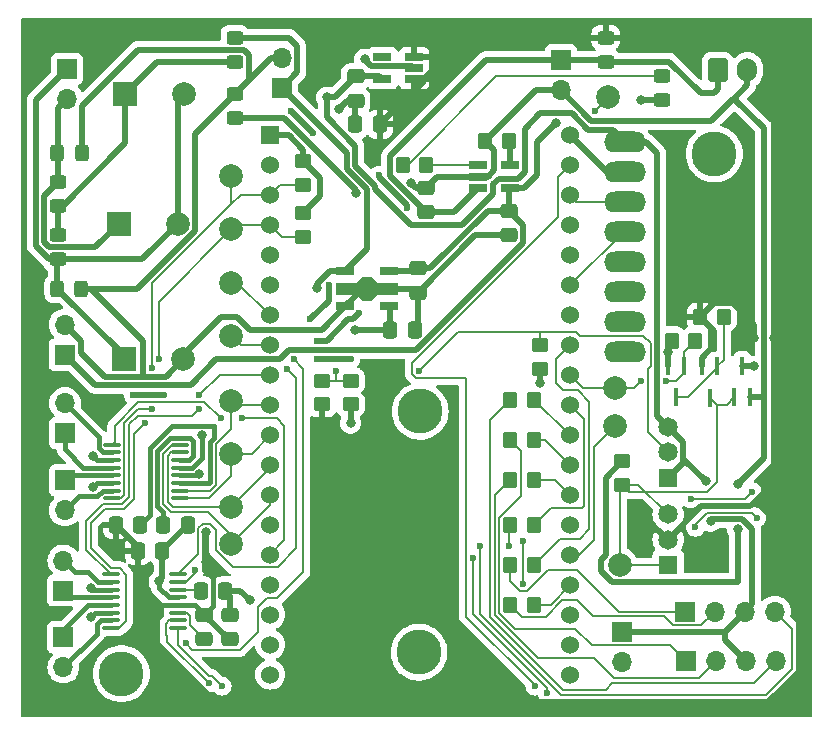
<source format=gtl>
G04 #@! TF.GenerationSoftware,KiCad,Pcbnew,7.0.8*
G04 #@! TF.CreationDate,2023-11-03T23:08:19-04:00*
G04 #@! TF.ProjectId,robot,726f626f-742e-46b6-9963-61645f706362,rev?*
G04 #@! TF.SameCoordinates,Original*
G04 #@! TF.FileFunction,Copper,L1,Top*
G04 #@! TF.FilePolarity,Positive*
%FSLAX46Y46*%
G04 Gerber Fmt 4.6, Leading zero omitted, Abs format (unit mm)*
G04 Created by KiCad (PCBNEW 7.0.8) date 2023-11-03 23:08:19*
%MOMM*%
%LPD*%
G01*
G04 APERTURE LIST*
G04 Aperture macros list*
%AMRoundRect*
0 Rectangle with rounded corners*
0 $1 Rounding radius*
0 $2 $3 $4 $5 $6 $7 $8 $9 X,Y pos of 4 corners*
0 Add a 4 corners polygon primitive as box body*
4,1,4,$2,$3,$4,$5,$6,$7,$8,$9,$2,$3,0*
0 Add four circle primitives for the rounded corners*
1,1,$1+$1,$2,$3*
1,1,$1+$1,$4,$5*
1,1,$1+$1,$6,$7*
1,1,$1+$1,$8,$9*
0 Add four rect primitives between the rounded corners*
20,1,$1+$1,$2,$3,$4,$5,0*
20,1,$1+$1,$4,$5,$6,$7,0*
20,1,$1+$1,$6,$7,$8,$9,0*
20,1,$1+$1,$8,$9,$2,$3,0*%
%AMFreePoly0*
4,1,13,0.900000,0.500000,2.600000,0.500000,2.600000,-0.500000,0.900000,-0.500000,0.400000,-1.000000,-0.400000,-1.000000,-0.900000,-0.500000,-2.600000,-0.500000,-2.600000,0.500000,-0.900000,0.500000,-0.400000,1.000000,0.400000,1.000000,0.900000,0.500000,0.900000,0.500000,$1*%
G04 Aperture macros list end*
G04 #@! TA.AperFunction,ComponentPad*
%ADD10O,3.556000X1.778000*%
G04 #@! TD*
G04 #@! TA.AperFunction,SMDPad,CuDef*
%ADD11RoundRect,0.250000X-0.350000X-0.450000X0.350000X-0.450000X0.350000X0.450000X-0.350000X0.450000X0*%
G04 #@! TD*
G04 #@! TA.AperFunction,SMDPad,CuDef*
%ADD12RoundRect,0.250000X0.350000X0.450000X-0.350000X0.450000X-0.350000X-0.450000X0.350000X-0.450000X0*%
G04 #@! TD*
G04 #@! TA.AperFunction,SMDPad,CuDef*
%ADD13RoundRect,0.250000X0.450000X-0.325000X0.450000X0.325000X-0.450000X0.325000X-0.450000X-0.325000X0*%
G04 #@! TD*
G04 #@! TA.AperFunction,ComponentPad*
%ADD14R,1.700000X1.700000*%
G04 #@! TD*
G04 #@! TA.AperFunction,ComponentPad*
%ADD15O,1.700000X1.700000*%
G04 #@! TD*
G04 #@! TA.AperFunction,SMDPad,CuDef*
%ADD16RoundRect,0.250000X-0.475000X0.337500X-0.475000X-0.337500X0.475000X-0.337500X0.475000X0.337500X0*%
G04 #@! TD*
G04 #@! TA.AperFunction,SMDPad,CuDef*
%ADD17RoundRect,0.250000X-0.325000X-0.450000X0.325000X-0.450000X0.325000X0.450000X-0.325000X0.450000X0*%
G04 #@! TD*
G04 #@! TA.AperFunction,SMDPad,CuDef*
%ADD18RoundRect,0.250000X0.475000X-0.337500X0.475000X0.337500X-0.475000X0.337500X-0.475000X-0.337500X0*%
G04 #@! TD*
G04 #@! TA.AperFunction,ComponentPad*
%ADD19R,1.650000X1.650000*%
G04 #@! TD*
G04 #@! TA.AperFunction,ComponentPad*
%ADD20C,1.650000*%
G04 #@! TD*
G04 #@! TA.AperFunction,SMDPad,CuDef*
%ADD21RoundRect,0.250000X0.450000X-0.350000X0.450000X0.350000X-0.450000X0.350000X-0.450000X-0.350000X0*%
G04 #@! TD*
G04 #@! TA.AperFunction,SMDPad,CuDef*
%ADD22C,2.000000*%
G04 #@! TD*
G04 #@! TA.AperFunction,ComponentPad*
%ADD23R,2.000000X2.000000*%
G04 #@! TD*
G04 #@! TA.AperFunction,ComponentPad*
%ADD24C,2.000000*%
G04 #@! TD*
G04 #@! TA.AperFunction,SMDPad,CuDef*
%ADD25RoundRect,0.250000X-0.450000X0.325000X-0.450000X-0.325000X0.450000X-0.325000X0.450000X0.325000X0*%
G04 #@! TD*
G04 #@! TA.AperFunction,ComponentPad*
%ADD26C,3.800000*%
G04 #@! TD*
G04 #@! TA.AperFunction,SMDPad,CuDef*
%ADD27RoundRect,0.100000X-0.637500X-0.100000X0.637500X-0.100000X0.637500X0.100000X-0.637500X0.100000X0*%
G04 #@! TD*
G04 #@! TA.AperFunction,SMDPad,CuDef*
%ADD28R,1.560000X0.650000*%
G04 #@! TD*
G04 #@! TA.AperFunction,SMDPad,CuDef*
%ADD29RoundRect,0.250000X-0.450000X0.350000X-0.450000X-0.350000X0.450000X-0.350000X0.450000X0.350000X0*%
G04 #@! TD*
G04 #@! TA.AperFunction,SMDPad,CuDef*
%ADD30RoundRect,0.250000X0.337500X0.475000X-0.337500X0.475000X-0.337500X-0.475000X0.337500X-0.475000X0*%
G04 #@! TD*
G04 #@! TA.AperFunction,SMDPad,CuDef*
%ADD31R,0.450000X1.500000*%
G04 #@! TD*
G04 #@! TA.AperFunction,SMDPad,CuDef*
%ADD32RoundRect,0.250000X-0.337500X-0.475000X0.337500X-0.475000X0.337500X0.475000X-0.337500X0.475000X0*%
G04 #@! TD*
G04 #@! TA.AperFunction,SMDPad,CuDef*
%ADD33R,1.500000X0.700000*%
G04 #@! TD*
G04 #@! TA.AperFunction,SMDPad,CuDef*
%ADD34FreePoly0,0.000000*%
G04 #@! TD*
G04 #@! TA.AperFunction,ComponentPad*
%ADD35RoundRect,0.250000X-0.600000X-0.750000X0.600000X-0.750000X0.600000X0.750000X-0.600000X0.750000X0*%
G04 #@! TD*
G04 #@! TA.AperFunction,ComponentPad*
%ADD36O,1.700000X2.000000*%
G04 #@! TD*
G04 #@! TA.AperFunction,ComponentPad*
%ADD37R,1.530000X1.530000*%
G04 #@! TD*
G04 #@! TA.AperFunction,ComponentPad*
%ADD38C,1.530000*%
G04 #@! TD*
G04 #@! TA.AperFunction,ViaPad*
%ADD39C,0.800000*%
G04 #@! TD*
G04 #@! TA.AperFunction,ViaPad*
%ADD40C,0.600000*%
G04 #@! TD*
G04 #@! TA.AperFunction,Conductor*
%ADD41C,0.400000*%
G04 #@! TD*
G04 #@! TA.AperFunction,Conductor*
%ADD42C,0.500000*%
G04 #@! TD*
G04 #@! TA.AperFunction,Conductor*
%ADD43C,0.200000*%
G04 #@! TD*
G04 APERTURE END LIST*
D10*
X207800000Y-81800000D03*
X207800000Y-69100000D03*
X207800000Y-84340000D03*
X207800000Y-71640000D03*
X207800000Y-74180000D03*
X207800000Y-66560000D03*
X207800000Y-79260000D03*
X207800000Y-76720000D03*
D11*
X214200000Y-81400000D03*
X216200000Y-81400000D03*
D12*
X213800000Y-83400000D03*
X211800000Y-83400000D03*
D13*
X206200000Y-59800000D03*
X206200000Y-57750000D03*
D14*
X213020000Y-110560000D03*
D15*
X215560000Y-110560000D03*
X218100000Y-110560000D03*
X220640000Y-110560000D03*
D16*
X190270000Y-77302500D03*
X190270000Y-79377500D03*
D12*
X200120000Y-99060000D03*
X198120000Y-99060000D03*
D17*
X159755000Y-79000000D03*
X161805000Y-79000000D03*
D12*
X198000000Y-66500000D03*
X196000000Y-66500000D03*
D14*
X160422500Y-91245000D03*
D15*
X160422500Y-88705000D03*
D18*
X191000000Y-72537500D03*
X191000000Y-70462500D03*
D12*
X200120000Y-105800000D03*
X198120000Y-105800000D03*
D19*
X211487500Y-95012500D03*
D20*
X211487500Y-92862500D03*
X211487500Y-90712500D03*
D21*
X182200000Y-88800000D03*
X182200000Y-86800000D03*
D22*
X174500000Y-83000000D03*
D23*
X165000000Y-73500000D03*
D24*
X170000000Y-73500000D03*
D25*
X211000000Y-60975000D03*
X211000000Y-63025000D03*
D22*
X174500000Y-100600000D03*
X174500000Y-74000000D03*
D14*
X160600000Y-60400000D03*
D15*
X160600000Y-62940000D03*
D26*
X190400000Y-109800000D03*
D14*
X160285000Y-104570000D03*
D15*
X160285000Y-102030000D03*
D27*
X164280000Y-103200000D03*
X164280000Y-103850000D03*
X164280000Y-104500000D03*
X164280000Y-105150000D03*
X164280000Y-105800000D03*
X164280000Y-106450000D03*
X164280000Y-107100000D03*
X164280000Y-107750000D03*
X170005000Y-107750000D03*
X170005000Y-107100000D03*
X170005000Y-106450000D03*
X170005000Y-105800000D03*
X170005000Y-105150000D03*
X170005000Y-104500000D03*
X170005000Y-103850000D03*
X170005000Y-103200000D03*
D28*
X195420000Y-68580000D03*
X195420000Y-69530000D03*
X195420000Y-70480000D03*
X198120000Y-70480000D03*
X198120000Y-68580000D03*
D19*
X211487500Y-102412500D03*
D20*
X211487500Y-100262500D03*
X211487500Y-98112500D03*
D14*
X160422500Y-95245000D03*
D15*
X160422500Y-97785000D03*
D22*
X174500000Y-93000000D03*
D14*
X160285000Y-108530000D03*
D15*
X160285000Y-111070000D03*
D25*
X159805000Y-74475000D03*
X159805000Y-76525000D03*
D29*
X184600000Y-86800000D03*
X184600000Y-88800000D03*
X200600000Y-83800000D03*
X200600000Y-85800000D03*
D28*
X190000000Y-61300000D03*
X190000000Y-60350000D03*
X190000000Y-59400000D03*
X187300000Y-59400000D03*
X187300000Y-61300000D03*
D14*
X202400000Y-59660000D03*
D15*
X202400000Y-62200000D03*
D22*
X174500000Y-88500000D03*
D26*
X215400000Y-67600000D03*
D29*
X180600000Y-72600000D03*
X180600000Y-74600000D03*
D30*
X168675000Y-101200000D03*
X166600000Y-101200000D03*
X166800000Y-99000000D03*
X164725000Y-99000000D03*
X174000000Y-104600000D03*
X171925000Y-104600000D03*
D22*
X174500000Y-78500000D03*
D16*
X174400000Y-106600000D03*
X174400000Y-108675000D03*
D31*
X212800000Y-85540000D03*
X211500000Y-85540000D03*
X212150000Y-88200000D03*
D30*
X170800000Y-99000000D03*
X168725000Y-99000000D03*
D32*
X187962500Y-82500000D03*
X190037500Y-82500000D03*
D16*
X198000000Y-72425000D03*
X198000000Y-74500000D03*
D26*
X165200000Y-111600000D03*
D31*
X217100000Y-88200000D03*
X218400000Y-88200000D03*
X217750000Y-85540000D03*
D22*
X174500000Y-97500000D03*
D14*
X160400000Y-84600000D03*
D15*
X160400000Y-82060000D03*
D33*
X184150000Y-77500000D03*
D34*
X186000000Y-79000000D03*
D33*
X184150000Y-80500000D03*
X187850000Y-80500000D03*
X187850000Y-77500000D03*
D29*
X180600000Y-68200000D03*
X180600000Y-70200000D03*
D23*
X165500000Y-62500000D03*
D24*
X170500000Y-62500000D03*
D11*
X189000000Y-68500000D03*
X191000000Y-68500000D03*
D22*
X174500000Y-69500000D03*
D17*
X159780000Y-67500000D03*
X161830000Y-67500000D03*
D27*
X164417500Y-92225000D03*
X164417500Y-92875000D03*
X164417500Y-93525000D03*
X164417500Y-94175000D03*
X164417500Y-94825000D03*
X164417500Y-95475000D03*
X164417500Y-96125000D03*
X164417500Y-96775000D03*
X170142500Y-96775000D03*
X170142500Y-96125000D03*
X170142500Y-95475000D03*
X170142500Y-94825000D03*
X170142500Y-94175000D03*
X170142500Y-93525000D03*
X170142500Y-92875000D03*
X170142500Y-92225000D03*
D23*
X165400000Y-85000000D03*
D24*
X170400000Y-85000000D03*
D21*
X207600000Y-95600000D03*
X207600000Y-93600000D03*
D22*
X206400000Y-62800000D03*
X207000000Y-87400000D03*
D12*
X200120000Y-88400000D03*
X198120000Y-88400000D03*
D25*
X174800000Y-62550000D03*
X174800000Y-64600000D03*
D14*
X178800000Y-62000000D03*
D15*
X178800000Y-59460000D03*
D22*
X207400000Y-102400000D03*
D35*
X215700000Y-60500000D03*
D36*
X218200000Y-60500000D03*
D16*
X185045000Y-61025000D03*
X185045000Y-63100000D03*
D13*
X174800000Y-59825000D03*
X174800000Y-57775000D03*
D12*
X200120000Y-102400000D03*
X198120000Y-102400000D03*
D31*
X215650000Y-85600000D03*
X214350000Y-85600000D03*
X215000000Y-88260000D03*
D18*
X172200000Y-108675000D03*
X172200000Y-106600000D03*
D12*
X200120000Y-95200000D03*
X198120000Y-95200000D03*
D13*
X159805000Y-72050000D03*
X159805000Y-70000000D03*
D14*
X212900000Y-106360000D03*
D15*
X215440000Y-106360000D03*
X217980000Y-106360000D03*
X220520000Y-106360000D03*
D37*
X177800000Y-65960000D03*
D38*
X177800000Y-68500000D03*
X177800000Y-71040000D03*
X177800000Y-73580000D03*
X177800000Y-76120000D03*
X177800000Y-78660000D03*
X177800000Y-81200000D03*
X177800000Y-83740000D03*
X177800000Y-86280000D03*
X177800000Y-88820000D03*
X177800000Y-91360000D03*
X177800000Y-93900000D03*
X177800000Y-96440000D03*
X177800000Y-98980000D03*
X177800000Y-101520000D03*
X177800000Y-104060000D03*
X177800000Y-106600000D03*
X177800000Y-109140000D03*
X177800000Y-111680000D03*
X203200000Y-111680000D03*
X203200000Y-109140000D03*
X203200000Y-106600000D03*
X203200000Y-104060000D03*
X203200000Y-101520000D03*
X203200000Y-98980000D03*
X203200000Y-96440000D03*
X203200000Y-93900000D03*
X203200000Y-91360000D03*
X203200000Y-88820000D03*
X203200000Y-86280000D03*
X203200000Y-83740000D03*
X203200000Y-81200000D03*
X203200000Y-78660000D03*
X203200000Y-76120000D03*
X203200000Y-73580000D03*
X203200000Y-71040000D03*
X203200000Y-68500000D03*
X203200000Y-65960000D03*
D12*
X200120000Y-91850000D03*
X198120000Y-91850000D03*
D32*
X185007500Y-65100000D03*
X187082500Y-65100000D03*
D26*
X190500000Y-89400000D03*
D22*
X207000000Y-90600000D03*
D14*
X207600000Y-108060000D03*
D15*
X207600000Y-110600000D03*
D39*
X217374312Y-95574312D03*
X185094287Y-70905713D03*
X217400000Y-99400000D03*
X189747907Y-70084031D03*
D40*
X198000000Y-100800000D03*
X195600000Y-100800000D03*
X209200000Y-86800000D03*
X211324500Y-86800000D03*
X173600000Y-90000000D03*
X175400000Y-90000000D03*
X167800000Y-85700500D03*
X167800000Y-89200000D03*
X171800000Y-89199500D03*
X171800000Y-88000000D03*
X167200000Y-90399500D03*
X168399500Y-85000000D03*
X200200000Y-112651000D03*
X173718533Y-112651000D03*
X205255227Y-63995273D03*
X195000000Y-101800000D03*
X201264511Y-113250500D03*
X172594622Y-112405378D03*
X170626161Y-108978339D03*
X179813911Y-84986089D03*
X171426411Y-102799500D03*
X179183137Y-85800000D03*
D39*
X171800000Y-94675500D03*
X220450000Y-83200000D03*
X172400000Y-99600000D03*
X218750500Y-83200000D03*
X211500000Y-84400000D03*
X162600000Y-104350500D03*
D40*
X199200000Y-104000000D03*
D39*
X176055000Y-105400000D03*
D40*
X181800000Y-83400000D03*
X179600000Y-64000000D03*
D39*
X218750500Y-85600000D03*
D40*
X199200000Y-100400000D03*
D39*
X162800000Y-93200000D03*
D40*
X185346767Y-81073383D03*
D39*
X162600000Y-106800000D03*
X185800000Y-59600000D03*
X184600000Y-90400000D03*
D40*
X181400000Y-65800000D03*
X181800000Y-85000000D03*
D39*
X200600000Y-87000000D03*
D40*
X189400000Y-72200000D03*
X168800000Y-88000000D03*
X166200000Y-88000000D03*
X213400000Y-96800000D03*
X187000000Y-69400000D03*
D39*
X168400000Y-103800000D03*
X172000000Y-91400000D03*
X162800000Y-95800000D03*
X183600000Y-63800000D03*
D40*
X219000000Y-98400000D03*
X182750487Y-78709467D03*
X184600000Y-85000000D03*
X213800000Y-99200000D03*
X181200000Y-81600000D03*
X218600000Y-96200000D03*
D39*
X209200000Y-63000000D03*
X201985000Y-65000000D03*
X215099647Y-98699647D03*
X182600000Y-62800000D03*
X214672469Y-95310469D03*
X181749562Y-78949562D03*
X185000497Y-82500000D03*
D40*
X183400000Y-86000000D03*
X190400000Y-86000000D03*
D41*
X170937108Y-93525000D02*
X170142500Y-93525000D01*
X169297892Y-91625000D02*
X170987108Y-91625000D01*
X171280000Y-91917892D02*
X171280000Y-93182108D01*
X170987108Y-91625000D02*
X171280000Y-91917892D01*
X171280000Y-93182108D02*
X170937108Y-93525000D01*
X168205000Y-97413481D02*
X168205000Y-92717892D01*
X168725000Y-97933481D02*
X168725000Y-99000000D01*
X168205000Y-92717892D02*
X169297892Y-91625000D01*
X168205000Y-97413481D02*
X168725000Y-97933481D01*
D42*
X165000000Y-73500000D02*
X163000000Y-75500000D01*
X159805000Y-63735000D02*
X160600000Y-62940000D01*
X159805000Y-67400000D02*
X159805000Y-63735000D01*
X159780000Y-67425000D02*
X159805000Y-67400000D01*
X163000000Y-75500000D02*
X159065050Y-75500000D01*
X159065050Y-75500000D02*
X158655000Y-75089950D01*
X159805000Y-70000000D02*
X159805000Y-67400000D01*
X158655000Y-75089950D02*
X158655000Y-71150000D01*
X159780000Y-67500000D02*
X159780000Y-67425000D01*
X158655000Y-71150000D02*
X159805000Y-70000000D01*
X159100100Y-76525000D02*
X157955000Y-75379899D01*
X159755000Y-79000000D02*
X165400000Y-84645000D01*
X166975000Y-76525000D02*
X159805000Y-76525000D01*
X170000000Y-63000000D02*
X170500000Y-62500000D01*
X157955000Y-63045000D02*
X160600000Y-60400000D01*
X165400000Y-84645000D02*
X165400000Y-85000000D01*
X159805000Y-76525000D02*
X159100100Y-76525000D01*
X170000000Y-73500000D02*
X170000000Y-63000000D01*
X159755000Y-79000000D02*
X159755000Y-76575000D01*
X170000000Y-73500000D02*
X166975000Y-76525000D01*
X159755000Y-76575000D02*
X159805000Y-76525000D01*
X157955000Y-75379899D02*
X157955000Y-63045000D01*
D41*
X172617894Y-95475000D02*
X172700000Y-95392894D01*
X172700000Y-91992894D02*
X173000000Y-91692894D01*
X172700000Y-95392894D02*
X172700000Y-91992894D01*
X173000000Y-91692894D02*
X173000000Y-90600000D01*
X167605000Y-92469364D02*
X167605000Y-98195000D01*
X173000000Y-90600000D02*
X169474364Y-90600000D01*
X169474364Y-90600000D02*
X167605000Y-92469364D01*
X170142500Y-95475000D02*
X172617894Y-95475000D01*
X167605000Y-98195000D02*
X166800000Y-99000000D01*
D42*
X191932500Y-69530000D02*
X191000000Y-70462500D01*
X205800000Y-101949390D02*
X206200000Y-101549390D01*
X217400000Y-99400000D02*
X217400000Y-103850000D01*
X206724695Y-103850000D02*
X205800000Y-102925305D01*
X195420000Y-69530000D02*
X191932500Y-69530000D01*
X219600000Y-88200000D02*
X218400000Y-88200000D01*
X190126376Y-70462500D02*
X191000000Y-70462500D01*
X205800000Y-102925305D02*
X205800000Y-101949390D01*
X218200000Y-61800000D02*
X218200000Y-60500000D01*
X196750000Y-68991396D02*
X196750000Y-67250000D01*
X217374312Y-95574312D02*
X219600000Y-93348624D01*
X219600000Y-65425000D02*
X217087500Y-62912500D01*
X215125000Y-64800000D02*
X217012500Y-62912500D01*
X179000000Y-64600000D02*
X174800000Y-64600000D01*
X202400000Y-62200000D02*
X205000000Y-64800000D01*
X185094287Y-70905713D02*
X185094287Y-70694287D01*
X217400000Y-103850000D02*
X206724695Y-103850000D01*
X219600000Y-88200000D02*
X219600000Y-87600000D01*
X189747907Y-70084031D02*
X190126376Y-70462500D01*
X196750000Y-67250000D02*
X196000000Y-66500000D01*
X217087500Y-62912500D02*
X218200000Y-61800000D01*
X196000000Y-66500000D02*
X200300000Y-62200000D01*
X219600000Y-87600000D02*
X219600000Y-65425000D01*
X219600000Y-93348624D02*
X219600000Y-88200000D01*
X206200000Y-101549390D02*
X206200000Y-95000000D01*
X195420000Y-69530000D02*
X196211396Y-69530000D01*
X217012500Y-62912500D02*
X217087500Y-62912500D01*
X200300000Y-62200000D02*
X202400000Y-62200000D01*
X206200000Y-95000000D02*
X207600000Y-93600000D01*
X205000000Y-64800000D02*
X215125000Y-64800000D01*
X185094287Y-70694287D02*
X179000000Y-64600000D01*
X196211396Y-69530000D02*
X196750000Y-68991396D01*
D43*
X170742500Y-106450000D02*
X170005000Y-106450000D01*
X171042500Y-107517500D02*
X171042500Y-106750000D01*
X171042500Y-106750000D02*
X170742500Y-106450000D01*
X172200000Y-108675000D02*
X171042500Y-107517500D01*
X171925000Y-104600000D02*
X171825000Y-104500000D01*
X171825000Y-104500000D02*
X170005000Y-104500000D01*
X198951471Y-104600000D02*
X199497818Y-104600000D01*
X207360000Y-106360000D02*
X212900000Y-106360000D01*
X198120000Y-102400000D02*
X198120000Y-103768529D01*
X201297818Y-102800000D02*
X203800000Y-102800000D01*
X198120000Y-103768529D02*
X198951471Y-104600000D01*
X199497818Y-104600000D02*
X201297818Y-102800000D01*
X203800000Y-102800000D02*
X207360000Y-106360000D01*
X214290000Y-107510000D02*
X211925736Y-107510000D01*
X211925736Y-107510000D02*
X211175736Y-106760000D01*
X201105685Y-106800000D02*
X199120000Y-106800000D01*
X205160000Y-106760000D02*
X203800000Y-105400000D01*
X202505685Y-105400000D02*
X201105685Y-106800000D01*
X211175736Y-106760000D02*
X205160000Y-106760000D01*
X215440000Y-106360000D02*
X214290000Y-107510000D01*
X199120000Y-106800000D02*
X198120000Y-105800000D01*
X203800000Y-105400000D02*
X202505685Y-105400000D01*
X222000000Y-107840000D02*
X222000000Y-111200000D01*
X219800000Y-113400000D02*
X202445126Y-113400000D01*
X222000000Y-111200000D02*
X219800000Y-113400000D01*
X202445126Y-113400000D02*
X195600000Y-106554874D01*
X220520000Y-106360000D02*
X222000000Y-107840000D01*
X198000000Y-99180000D02*
X198120000Y-99060000D01*
X195600000Y-106554874D02*
X195600000Y-100800000D01*
X198000000Y-100800000D02*
X198000000Y-99180000D01*
X211000000Y-60975000D02*
X196947182Y-60975000D01*
X196947182Y-60975000D02*
X189422182Y-68500000D01*
X189422182Y-68500000D02*
X189000000Y-68500000D01*
X211670000Y-109210000D02*
X205010000Y-109210000D01*
X203600000Y-107800000D02*
X198542182Y-107800000D01*
X213020000Y-110560000D02*
X211670000Y-109210000D01*
X197200000Y-106457818D02*
X197200000Y-98400000D01*
X199020000Y-92750000D02*
X198120000Y-91850000D01*
X197200000Y-98400000D02*
X199020000Y-96580000D01*
X198542182Y-107800000D02*
X197200000Y-106457818D01*
X199020000Y-96580000D02*
X199020000Y-92750000D01*
X205010000Y-109210000D02*
X203600000Y-107800000D01*
X200461497Y-110285000D02*
X196800000Y-106623503D01*
X206913650Y-112000000D02*
X205198650Y-110285000D01*
X205198650Y-110285000D02*
X200461497Y-110285000D01*
X196800000Y-106623503D02*
X196800000Y-96520000D01*
X215560000Y-110560000D02*
X214120000Y-112000000D01*
X196800000Y-96520000D02*
X198120000Y-95200000D01*
X214120000Y-112000000D02*
X206913650Y-112000000D01*
X206772964Y-112425000D02*
X206197964Y-113000000D01*
X218775000Y-112425000D02*
X206772964Y-112425000D01*
X206197964Y-113000000D02*
X202610812Y-113000000D01*
X202610812Y-113000000D02*
X196400000Y-106789188D01*
X196400000Y-90120000D02*
X198120000Y-88400000D01*
X196400000Y-106789188D02*
X196400000Y-90120000D01*
X220640000Y-110560000D02*
X218775000Y-112425000D01*
D41*
X162400000Y-105800000D02*
X164280000Y-105800000D01*
X160285000Y-108530000D02*
X160285000Y-107915000D01*
X160285000Y-107915000D02*
X162400000Y-105800000D01*
X163485392Y-107100000D02*
X164280000Y-107100000D01*
X160285000Y-111070000D02*
X163142500Y-108212500D01*
X163142500Y-108212500D02*
X163142500Y-107442892D01*
X163142500Y-107442892D02*
X163485392Y-107100000D01*
X160285000Y-104570000D02*
X160865000Y-105150000D01*
X160865000Y-105150000D02*
X164280000Y-105150000D01*
X160285000Y-102030000D02*
X161255000Y-103000000D01*
X163250000Y-103850000D02*
X164280000Y-103850000D01*
X162400000Y-103000000D02*
X163250000Y-103850000D01*
X161255000Y-103000000D02*
X162400000Y-103000000D01*
X160422500Y-95245000D02*
X160842500Y-94825000D01*
X160842500Y-94825000D02*
X164417500Y-94825000D01*
X163622892Y-96125000D02*
X164417500Y-96125000D01*
X163147892Y-96600000D02*
X163622892Y-96125000D01*
X161607500Y-96600000D02*
X163147892Y-96600000D01*
X160422500Y-97785000D02*
X161607500Y-96600000D01*
X160422500Y-91245000D02*
X160422500Y-92622500D01*
X160422500Y-92622500D02*
X161975000Y-94175000D01*
X161975000Y-94175000D02*
X164417500Y-94175000D01*
X163280000Y-92532108D02*
X163622892Y-92875000D01*
X163280000Y-91562500D02*
X163280000Y-92532108D01*
X160422500Y-88705000D02*
X163280000Y-91562500D01*
X163622892Y-92875000D02*
X164417500Y-92875000D01*
D43*
X212800000Y-84400000D02*
X212800000Y-85540000D01*
X209200000Y-86800000D02*
X208600000Y-87400000D01*
X203200000Y-87000000D02*
X203200000Y-86360000D01*
X207000000Y-87400000D02*
X204320000Y-87400000D01*
X212800000Y-85540000D02*
X212800000Y-86150736D01*
X204320000Y-87400000D02*
X203200000Y-86280000D01*
X212150736Y-86800000D02*
X211324500Y-86800000D01*
X208600000Y-87400000D02*
X207000000Y-87400000D01*
X207000000Y-87400000D02*
X207400000Y-87000000D01*
X212800000Y-86150736D02*
X212150736Y-86800000D01*
X213800000Y-83400000D02*
X212800000Y-84400000D01*
X191000000Y-68500000D02*
X195340000Y-68500000D01*
X195340000Y-68500000D02*
X195420000Y-68580000D01*
D42*
X198120000Y-66620000D02*
X198000000Y-66500000D01*
X198120000Y-68580000D02*
X198120000Y-66620000D01*
D43*
X201540000Y-105800000D02*
X203200000Y-104140000D01*
X200120000Y-105800000D02*
X201540000Y-105800000D01*
X201880000Y-95200000D02*
X203200000Y-96520000D01*
X200120000Y-95200000D02*
X201880000Y-95200000D01*
X200120000Y-91850000D02*
X201070000Y-91850000D01*
X201070000Y-91850000D02*
X203200000Y-93980000D01*
X200120000Y-88400000D02*
X200160000Y-88400000D01*
X200160000Y-88400000D02*
X203200000Y-91440000D01*
X172200000Y-88600000D02*
X166634314Y-88600000D01*
X179000000Y-90600000D02*
X179000000Y-100320000D01*
X175400000Y-90000000D02*
X178400000Y-90000000D01*
X164617500Y-92025000D02*
X164417500Y-92225000D01*
X178400000Y-90000000D02*
X179000000Y-90600000D01*
X164617500Y-90616814D02*
X164617500Y-92025000D01*
X179000000Y-100320000D02*
X177800000Y-101520000D01*
X166634314Y-88600000D02*
X164617500Y-90616814D01*
X173600000Y-90000000D02*
X172200000Y-88600000D01*
X174500000Y-69500000D02*
X174500000Y-71828427D01*
X167800000Y-89200000D02*
X166600000Y-89200000D01*
X166600000Y-89200000D02*
X165455000Y-90345000D01*
X180600000Y-70200000D02*
X178640000Y-70200000D01*
X175288427Y-71040000D02*
X174500000Y-71828427D01*
X178640000Y-70200000D02*
X177800000Y-71040000D01*
X177800000Y-71040000D02*
X175288427Y-71040000D01*
X167800000Y-78528427D02*
X174500000Y-71828427D01*
X167800000Y-85700500D02*
X167800000Y-78528427D01*
X165155000Y-96775000D02*
X164417500Y-96775000D01*
X165455000Y-96475000D02*
X165155000Y-96775000D01*
X165455000Y-90345000D02*
X165455000Y-96475000D01*
X174500000Y-93000000D02*
X176240000Y-93000000D01*
X176240000Y-93000000D02*
X177800000Y-91440000D01*
X172625000Y-96775000D02*
X174500000Y-94900000D01*
X170142500Y-96775000D02*
X172625000Y-96775000D01*
X174500000Y-94900000D02*
X174500000Y-93000000D01*
X173200000Y-95600000D02*
X173200000Y-92200000D01*
X174500000Y-90900000D02*
X174500000Y-88500000D01*
X177800000Y-88900000D02*
X174900000Y-88900000D01*
X173200000Y-92200000D02*
X174500000Y-90900000D01*
X174900000Y-88900000D02*
X174500000Y-88500000D01*
X170142500Y-96125000D02*
X172675000Y-96125000D01*
X172675000Y-96125000D02*
X173200000Y-95600000D01*
X169405000Y-92875000D02*
X169105000Y-93175000D01*
X169105000Y-93175000D02*
X169105000Y-97040688D01*
X170142500Y-92875000D02*
X169405000Y-92875000D01*
X169105000Y-97040688D02*
X169564312Y-97500000D01*
X174500000Y-97500000D02*
X177800000Y-94200000D01*
X177800000Y-94200000D02*
X177800000Y-93980000D01*
X169564312Y-97500000D02*
X174500000Y-97500000D01*
X174500000Y-99900000D02*
X174500000Y-100600000D01*
X170142500Y-92225000D02*
X169489312Y-92225000D01*
X168705000Y-97206374D02*
X169398627Y-97900000D01*
X169489312Y-92225000D02*
X168705000Y-93009312D01*
X177800000Y-97300000D02*
X177800000Y-96440000D01*
X174500000Y-100600000D02*
X177800000Y-97300000D01*
X168705000Y-93009312D02*
X168705000Y-97206374D01*
X169398627Y-97900000D02*
X172500000Y-97900000D01*
X172500000Y-97900000D02*
X174500000Y-99900000D01*
X165855000Y-96640686D02*
X165220688Y-97275000D01*
X166565686Y-89800000D02*
X165855000Y-90510686D01*
X163614312Y-97275000D02*
X162200000Y-98689312D01*
X165855000Y-90510686D02*
X165855000Y-96640686D01*
X173520000Y-86280000D02*
X177800000Y-86280000D01*
X165220688Y-97275000D02*
X163614312Y-97275000D01*
X162200000Y-101120000D02*
X164280000Y-103200000D01*
X162200000Y-98689312D02*
X162200000Y-101120000D01*
X171800000Y-89199500D02*
X171199500Y-89800000D01*
X171199500Y-89800000D02*
X166565686Y-89800000D01*
X171800000Y-88000000D02*
X173520000Y-86280000D01*
X165017500Y-107750000D02*
X164280000Y-107750000D01*
X177800000Y-73580000D02*
X174920000Y-73580000D01*
X166255000Y-96806371D02*
X165386373Y-97675000D01*
X164345686Y-102700000D02*
X165083188Y-102700000D01*
X162600000Y-98854998D02*
X162600000Y-100954314D01*
X165386373Y-97675000D02*
X163779998Y-97675000D01*
X162600000Y-100954314D02*
X164345686Y-102700000D01*
X166255000Y-91344500D02*
X166255000Y-96806371D01*
X167200000Y-90399500D02*
X166255000Y-91344500D01*
X165600000Y-107167500D02*
X165017500Y-107750000D01*
X168399500Y-80100500D02*
X174500000Y-74000000D01*
X163779998Y-97675000D02*
X162600000Y-98854998D01*
X180600000Y-74600000D02*
X178820000Y-74600000D01*
X168399500Y-85000000D02*
X168399500Y-80100500D01*
X174920000Y-73580000D02*
X174500000Y-74000000D01*
X178820000Y-74600000D02*
X177800000Y-73580000D01*
X165083188Y-102700000D02*
X165600000Y-103216812D01*
X165600000Y-103216812D02*
X165600000Y-107167500D01*
X200200000Y-112651000D02*
X200200000Y-112600000D01*
X194400000Y-106800000D02*
X194400000Y-86600000D01*
X202135000Y-72982768D02*
X202135000Y-69565000D01*
X190151471Y-86600000D02*
X189800000Y-86248529D01*
X173688773Y-112651000D02*
X172843151Y-111805378D01*
X206400000Y-62850500D02*
X205255227Y-63995273D01*
X206400000Y-62800000D02*
X206400000Y-62850500D01*
X200200000Y-112600000D02*
X194400000Y-106800000D01*
X172843151Y-111805378D02*
X172605378Y-111805378D01*
X194400000Y-86600000D02*
X190151471Y-86600000D01*
X172605378Y-111805378D02*
X170005000Y-109205000D01*
X170005000Y-109205000D02*
X170005000Y-107750000D01*
X173718533Y-112651000D02*
X173688773Y-112651000D01*
X189800000Y-85317768D02*
X202135000Y-72982768D01*
X189800000Y-86248529D02*
X189800000Y-85317768D01*
X202135000Y-69565000D02*
X203200000Y-68500000D01*
X172594622Y-112394622D02*
X169100000Y-108900000D01*
X169267500Y-107100000D02*
X170005000Y-107100000D01*
X205200000Y-100285000D02*
X205200000Y-92400000D01*
X169100000Y-108431029D02*
X168967500Y-108298529D01*
X201264511Y-113250500D02*
X201264511Y-112785071D01*
X168967500Y-107400000D02*
X169267500Y-107100000D01*
X172594622Y-112405378D02*
X172594622Y-112394622D01*
X168967500Y-108298529D02*
X168967500Y-107400000D01*
X203965000Y-101520000D02*
X205200000Y-100285000D01*
X169100000Y-108900000D02*
X169100000Y-108431029D01*
X201264511Y-112785071D02*
X195000000Y-106520559D01*
X195000000Y-106520559D02*
X195000000Y-101800000D01*
X205200000Y-92400000D02*
X207000000Y-90600000D01*
X203200000Y-101520000D02*
X203965000Y-101520000D01*
X171210322Y-109562500D02*
X175237500Y-109562500D01*
X176735000Y-105990000D02*
X177525000Y-105200000D01*
X177800000Y-81280000D02*
X175020000Y-78500000D01*
X175020000Y-78500000D02*
X174500000Y-78500000D01*
X178400000Y-105200000D02*
X180600000Y-103000000D01*
X171426411Y-103081777D02*
X170658188Y-103850000D01*
X170626161Y-108978339D02*
X171210322Y-109562500D01*
X171426411Y-102799500D02*
X171426411Y-103081777D01*
X180600000Y-85772178D02*
X179813911Y-84986089D01*
X176735000Y-108065000D02*
X176735000Y-105990000D01*
X175237500Y-109562500D02*
X176735000Y-108065000D01*
X170658188Y-103850000D02*
X170005000Y-103850000D01*
X177525000Y-105200000D02*
X178400000Y-105200000D01*
X180600000Y-103000000D02*
X180600000Y-85772178D01*
X175320000Y-83820000D02*
X174500000Y-83000000D01*
X174646522Y-102585000D02*
X173200000Y-101138478D01*
X172100000Y-98900000D02*
X171687500Y-99312500D01*
X179990250Y-86607113D02*
X179990250Y-101009750D01*
X171687500Y-99312500D02*
X171687500Y-101517500D01*
X179990250Y-101009750D02*
X178415000Y-102585000D01*
X179183137Y-85800000D02*
X179990250Y-86607113D01*
X173200000Y-99410050D02*
X172689950Y-98900000D01*
X178415000Y-102585000D02*
X174646522Y-102585000D01*
X173200000Y-101138478D02*
X173200000Y-99410050D01*
X171687500Y-101517500D02*
X170005000Y-103200000D01*
X172689950Y-98900000D02*
X172100000Y-98900000D01*
X177800000Y-83820000D02*
X175320000Y-83820000D01*
X200120000Y-99060000D02*
X201580000Y-97600000D01*
X204200000Y-97600000D02*
X204400000Y-97400000D01*
X204400000Y-90020000D02*
X203200000Y-88820000D01*
X201580000Y-97600000D02*
X204200000Y-97600000D01*
X204400000Y-97400000D02*
X204400000Y-90020000D01*
X207760000Y-74180000D02*
X203200000Y-78740000D01*
X207800000Y-74180000D02*
X207760000Y-74180000D01*
X207800000Y-71640000D02*
X203720000Y-71640000D01*
X203720000Y-71640000D02*
X203200000Y-71120000D01*
D41*
X172200000Y-99800000D02*
X172200000Y-102800000D01*
D42*
X173128583Y-114000000D02*
X168200000Y-109071417D01*
X218800000Y-57800000D02*
X206250000Y-57800000D01*
X219977818Y-114000000D02*
X185200000Y-114000000D01*
X192691396Y-59400000D02*
X190000000Y-59400000D01*
X185200000Y-114000000D02*
X182400000Y-114000000D01*
X192945698Y-59145698D02*
X192691396Y-59400000D01*
X215400000Y-83800000D02*
X215400000Y-83200000D01*
D41*
X171650500Y-94825000D02*
X171800000Y-94675500D01*
D42*
X190791396Y-61300000D02*
X192945698Y-59145698D01*
D41*
X172912500Y-105887500D02*
X172200000Y-106600000D01*
D42*
X214350000Y-84850000D02*
X215400000Y-83800000D01*
X220450000Y-59450000D02*
X218800000Y-57800000D01*
X214300353Y-97449647D02*
X218450353Y-97449647D01*
X206250000Y-57800000D02*
X206200000Y-57750000D01*
X166600000Y-100875000D02*
X164725000Y-99000000D01*
X214350000Y-85600000D02*
X214350000Y-84850000D01*
X190791396Y-61391104D02*
X190791396Y-61300000D01*
X182200000Y-113800000D02*
X182200000Y-88800000D01*
X220450000Y-83200000D02*
X220450000Y-59450000D01*
D41*
X172200000Y-102800000D02*
X172912500Y-103512500D01*
X171400000Y-105800000D02*
X172200000Y-106600000D01*
D42*
X168200000Y-109071417D02*
X168200000Y-105800000D01*
X218950000Y-96950000D02*
X220450000Y-95450000D01*
X222550000Y-100550000D02*
X222550000Y-111427818D01*
D41*
X168200000Y-105800000D02*
X166600000Y-104200000D01*
X166600000Y-104200000D02*
X166600000Y-101200000D01*
X170005000Y-105800000D02*
X171400000Y-105800000D01*
D42*
X218750500Y-82050500D02*
X218750500Y-83200000D01*
D41*
X170005000Y-105800000D02*
X168200000Y-105800000D01*
D42*
X214200000Y-81400000D02*
X215350000Y-80250000D01*
D41*
X170142500Y-94825000D02*
X171650500Y-94825000D01*
D42*
X218950000Y-96950000D02*
X222550000Y-100550000D01*
X166600000Y-101200000D02*
X166600000Y-100875000D01*
X216950000Y-80250000D02*
X218750500Y-82050500D01*
X182400000Y-114000000D02*
X173128583Y-114000000D01*
X220450000Y-95450000D02*
X220450000Y-83200000D01*
X215350000Y-80250000D02*
X216950000Y-80250000D01*
X218450353Y-97449647D02*
X218950000Y-96950000D01*
X187082500Y-65100000D02*
X190791396Y-61391104D01*
X182400000Y-114000000D02*
X182200000Y-113800000D01*
X174275000Y-108675000D02*
X172200000Y-106600000D01*
X190000000Y-61300000D02*
X190791396Y-61300000D01*
X215400000Y-82600000D02*
X214200000Y-81400000D01*
X211487500Y-100262500D02*
X214300353Y-97449647D01*
X174400000Y-108675000D02*
X174275000Y-108675000D01*
X222550000Y-111427818D02*
X219977818Y-114000000D01*
X215400000Y-83200000D02*
X215400000Y-82600000D01*
D41*
X172912500Y-103512500D02*
X172912500Y-105887500D01*
D42*
X194341396Y-57750000D02*
X192945698Y-59145698D01*
X206200000Y-57750000D02*
X194341396Y-57750000D01*
D41*
X172400000Y-99600000D02*
X172200000Y-99800000D01*
X164417500Y-95475000D02*
X163125000Y-95475000D01*
X172000000Y-91400000D02*
X172000000Y-93344129D01*
D42*
X168800000Y-88000000D02*
X166200000Y-88000000D01*
D41*
X168400000Y-104339608D02*
X169210392Y-105150000D01*
D42*
X186333604Y-60175000D02*
X187000000Y-60175000D01*
X200600000Y-85800000D02*
X200600000Y-87000000D01*
D41*
X172000000Y-93344129D02*
X171169129Y-94175000D01*
X164417500Y-93525000D02*
X163125000Y-93525000D01*
D42*
X185800000Y-59641396D02*
X186333604Y-60175000D01*
X184600000Y-88800000D02*
X184600000Y-90400000D01*
X206340000Y-69100000D02*
X207800000Y-69100000D01*
X168675000Y-101125000D02*
X170800000Y-99000000D01*
X185800000Y-59600000D02*
X185800000Y-59641396D01*
D43*
X199200000Y-100400000D02*
X199200000Y-104000000D01*
D42*
X168675000Y-101200000D02*
X168675000Y-103525000D01*
X218690500Y-85540000D02*
X218750500Y-85600000D01*
D43*
X218599647Y-97999647D02*
X219000000Y-98400000D01*
D42*
X203200000Y-65960000D02*
X206340000Y-69100000D01*
D41*
X163125000Y-95475000D02*
X162800000Y-95800000D01*
D42*
X185346767Y-81073383D02*
X184819711Y-81600439D01*
D43*
X213800000Y-99200000D02*
X213800000Y-99009344D01*
D42*
X168675000Y-103525000D02*
X168400000Y-103800000D01*
X217750000Y-85540000D02*
X218690500Y-85540000D01*
X187000000Y-69400000D02*
X187000000Y-69527450D01*
D41*
X162950000Y-106450000D02*
X162600000Y-106800000D01*
D42*
X185007500Y-63137500D02*
X185045000Y-63100000D01*
X168675000Y-101200000D02*
X168675000Y-101125000D01*
D43*
X214809697Y-97999647D02*
X218599647Y-97999647D01*
D42*
X174400000Y-105000000D02*
X174000000Y-104600000D01*
X184819711Y-81600439D02*
X184399207Y-81600439D01*
X183600000Y-63800000D02*
X184300000Y-63100000D01*
X185007500Y-65100000D02*
X185007500Y-63137500D01*
X186800000Y-60175000D02*
X189825000Y-60175000D01*
X181800000Y-85000000D02*
X184600000Y-85000000D01*
X174400000Y-106600000D02*
X174400000Y-105000000D01*
X182750487Y-80049513D02*
X181200000Y-81600000D01*
D43*
X213800000Y-99009344D02*
X214809697Y-97999647D01*
X218000000Y-96800000D02*
X218600000Y-96200000D01*
D42*
X174000000Y-104600000D02*
X175255000Y-104600000D01*
X189400000Y-71927450D02*
X189400000Y-72200000D01*
X211500000Y-83700000D02*
X211500000Y-85540000D01*
D41*
X168400000Y-103800000D02*
X168400000Y-104339608D01*
D43*
X213400000Y-96800000D02*
X218000000Y-96800000D01*
D42*
X184300000Y-63100000D02*
X185045000Y-63100000D01*
X184399207Y-81600439D02*
X182599646Y-83400000D01*
X187000000Y-69527450D02*
X189400000Y-71927450D01*
D41*
X171169129Y-94175000D02*
X170142500Y-94175000D01*
X164280000Y-106450000D02*
X162950000Y-106450000D01*
D42*
X181400000Y-65800000D02*
X179600000Y-64000000D01*
X189825000Y-60175000D02*
X190000000Y-60350000D01*
D41*
X162749500Y-104500000D02*
X164280000Y-104500000D01*
X162600000Y-104350500D02*
X162749500Y-104500000D01*
D42*
X175255000Y-104600000D02*
X176055000Y-105400000D01*
X182599646Y-83400000D02*
X181800000Y-83400000D01*
X182750487Y-78709467D02*
X182750487Y-80049513D01*
D41*
X169210392Y-105150000D02*
X170005000Y-105150000D01*
X163125000Y-93525000D02*
X162800000Y-93200000D01*
D42*
X211800000Y-83400000D02*
X211500000Y-83700000D01*
X189892500Y-79000000D02*
X186000000Y-79000000D01*
X185650000Y-79000000D02*
X184150000Y-80500000D01*
X176045610Y-82495000D02*
X174950610Y-81400000D01*
X182155000Y-82495000D02*
X176045610Y-82495000D01*
X171450000Y-74100610D02*
X166550610Y-79000000D01*
X174800000Y-62550000D02*
X171450000Y-65900000D01*
X177890000Y-59460000D02*
X174800000Y-62550000D01*
X167000000Y-86450000D02*
X166186396Y-86450000D01*
X166550610Y-79000000D02*
X161805000Y-79000000D01*
X161830000Y-63533604D02*
X166563604Y-58800000D01*
X198000000Y-74500000D02*
X195147500Y-74500000D01*
X190270000Y-79377500D02*
X189892500Y-79000000D01*
X176000000Y-61350000D02*
X174800000Y-62550000D01*
X178800000Y-59460000D02*
X177890000Y-59460000D01*
X162600000Y-79000000D02*
X167000000Y-83400000D01*
X161830000Y-67500000D02*
X161830000Y-63533604D01*
X176000000Y-59260050D02*
X176000000Y-61350000D01*
X175539950Y-58800000D02*
X176000000Y-59260050D01*
X186000000Y-79000000D02*
X185650000Y-79000000D01*
X163813604Y-86450000D02*
X161800000Y-84436396D01*
X174950610Y-81400000D02*
X173600000Y-81400000D01*
X195147500Y-74500000D02*
X190270000Y-79377500D01*
X171450000Y-65900000D02*
X171450000Y-74100610D01*
X170400000Y-85000000D02*
X168950000Y-86450000D01*
X166186396Y-86450000D02*
X163813604Y-86450000D01*
X184150000Y-80500000D02*
X182155000Y-82495000D01*
X168950000Y-86450000D02*
X166186396Y-86450000D01*
X166563604Y-58800000D02*
X175539950Y-58800000D01*
X190270000Y-82267500D02*
X190037500Y-82500000D01*
X190270000Y-79377500D02*
X190270000Y-82267500D01*
X161805000Y-79000000D02*
X162600000Y-79000000D01*
X170400000Y-84600000D02*
X170400000Y-85000000D01*
X161800000Y-83460000D02*
X160400000Y-82060000D01*
X161800000Y-84436396D02*
X161800000Y-83460000D01*
X173600000Y-81400000D02*
X170400000Y-84600000D01*
X167000000Y-83400000D02*
X167000000Y-86450000D01*
X165500000Y-62500000D02*
X165500000Y-66700000D01*
X165500000Y-62500000D02*
X168175000Y-59825000D01*
X168175000Y-59825000D02*
X174800000Y-59825000D01*
X165500000Y-66700000D02*
X159805000Y-72395000D01*
X159805000Y-72395000D02*
X159805000Y-74475000D01*
X196232550Y-72425000D02*
X191355050Y-77302500D01*
X190139950Y-84200000D02*
X199175000Y-75164950D01*
X171050000Y-87150000D02*
X173200000Y-85000000D01*
X198000000Y-72425000D02*
X196232550Y-72425000D01*
X190072500Y-77500000D02*
X190270000Y-77302500D01*
X209225000Y-63025000D02*
X209200000Y-63000000D01*
X178600000Y-85000000D02*
X179400000Y-84200000D01*
X179400000Y-84200000D02*
X190139950Y-84200000D01*
X200400000Y-66585000D02*
X200400000Y-69400000D01*
X199175000Y-75164950D02*
X199175000Y-73600000D01*
X160400000Y-84600000D02*
X162950000Y-87150000D01*
X198000000Y-72425000D02*
X198000000Y-70600000D01*
X200400000Y-69400000D02*
X199320000Y-70480000D01*
X173200000Y-85000000D02*
X178600000Y-85000000D01*
X191355050Y-77302500D02*
X190270000Y-77302500D01*
X199320000Y-70480000D02*
X198120000Y-70480000D01*
X198000000Y-70600000D02*
X198120000Y-70480000D01*
X211000000Y-63025000D02*
X209225000Y-63025000D01*
X162950000Y-87150000D02*
X171050000Y-87150000D01*
X201985000Y-65000000D02*
X200400000Y-66585000D01*
X187850000Y-77500000D02*
X190072500Y-77500000D01*
X199175000Y-73600000D02*
X198000000Y-72425000D01*
X186700000Y-70320100D02*
X185000000Y-68620100D01*
X183270000Y-62800000D02*
X185045000Y-61025000D01*
X207800000Y-66560000D02*
X206783532Y-65543532D01*
X199350000Y-65460050D02*
X199350000Y-69091396D01*
X187025000Y-61025000D02*
X187300000Y-61300000D01*
X185000000Y-66894950D02*
X182600000Y-64494950D01*
X210575000Y-67561870D02*
X210575000Y-86260050D01*
X182000000Y-69600000D02*
X182000000Y-71200000D01*
X218600000Y-105740000D02*
X217980000Y-106360000D01*
X185000000Y-68620100D02*
X185000000Y-66894950D01*
X215099647Y-98699647D02*
X215249294Y-98550000D01*
X196675000Y-70183604D02*
X196675000Y-70992600D01*
X186700000Y-70560661D02*
X186700000Y-70320100D01*
X210575000Y-86260050D02*
X210575000Y-89800000D01*
X217752082Y-98550000D02*
X218600000Y-99397918D01*
X218600000Y-99397918D02*
X218600000Y-105740000D01*
X199350000Y-69091396D02*
X198736396Y-69705000D01*
X189739339Y-73600000D02*
X186700000Y-70560661D01*
X212762500Y-91987500D02*
X212762500Y-93737500D01*
X180600000Y-68200000D02*
X182000000Y-69600000D01*
X209573130Y-66560000D02*
X210575000Y-67561870D01*
X210575000Y-89800000D02*
X211487500Y-90712500D01*
X216280000Y-108740000D02*
X216280000Y-108060000D01*
X206783532Y-65543532D02*
X204743532Y-65543532D01*
X212762500Y-93400500D02*
X212762500Y-91987500D01*
X198736396Y-69705000D02*
X197153604Y-69705000D01*
X207600000Y-108060000D02*
X216280000Y-108060000D01*
X182600000Y-62800000D02*
X183270000Y-62800000D01*
X218100000Y-110560000D02*
X216280000Y-108740000D01*
X204743532Y-65543532D02*
X203350000Y-64150000D01*
X200660050Y-64150000D02*
X199350000Y-65460050D01*
X203350000Y-64150000D02*
X200660050Y-64150000D01*
X197153604Y-69705000D02*
X196675000Y-70183604D01*
X177800000Y-66040000D02*
X179360000Y-66040000D01*
X215249294Y-98550000D02*
X217752082Y-98550000D01*
X216280000Y-108060000D02*
X217980000Y-106360000D01*
X196675000Y-70992600D02*
X194067600Y-73600000D01*
X180600000Y-67280000D02*
X180600000Y-68200000D01*
X211487500Y-90712500D02*
X212762500Y-91987500D01*
X212762500Y-93737500D02*
X211487500Y-95012500D01*
X185045000Y-61025000D02*
X187025000Y-61025000D01*
X214672469Y-95310469D02*
X212762500Y-93400500D01*
X179360000Y-66040000D02*
X180600000Y-67280000D01*
X182600000Y-64494950D02*
X182600000Y-62800000D01*
X182000000Y-71200000D02*
X180600000Y-72600000D01*
X194067600Y-73600000D02*
X189739339Y-73600000D01*
X207800000Y-66560000D02*
X209573130Y-66560000D01*
X211600000Y-59800000D02*
X206200000Y-59800000D01*
X215375000Y-62450000D02*
X215700000Y-62125000D01*
X191000000Y-72537500D02*
X193362500Y-72537500D01*
X187950000Y-69487500D02*
X191000000Y-72537500D01*
X196050050Y-59660000D02*
X187950000Y-67760050D01*
X202400000Y-59660000D02*
X206060000Y-59660000D01*
X206060000Y-59660000D02*
X206200000Y-59800000D01*
X202400000Y-59660000D02*
X196050050Y-59660000D01*
X187950000Y-67760050D02*
X187950000Y-69487500D01*
X215375000Y-62450000D02*
X214250000Y-62450000D01*
X214250000Y-62450000D02*
X211600000Y-59800000D01*
X215700000Y-62125000D02*
X215700000Y-60500000D01*
X193362500Y-72537500D02*
X195420000Y-70480000D01*
X187962500Y-80612500D02*
X187850000Y-80500000D01*
X187962500Y-82500000D02*
X187962500Y-80612500D01*
X179375000Y-57775000D02*
X174800000Y-57775000D01*
X184300000Y-67500000D02*
X178800000Y-62000000D01*
X182900000Y-77500000D02*
X184150000Y-77500000D01*
X178800000Y-62000000D02*
X180100000Y-60700000D01*
X180100000Y-58500000D02*
X179375000Y-57775000D01*
X184300000Y-68910050D02*
X184300000Y-67500000D01*
X186000000Y-75650000D02*
X186000000Y-70610050D01*
X181749562Y-78949562D02*
X181749562Y-78650438D01*
X186000000Y-70610050D02*
X184300000Y-68910050D01*
X184150000Y-77500000D02*
X186000000Y-75650000D01*
X181749562Y-78650438D02*
X182900000Y-77500000D01*
X180100000Y-60700000D02*
X180100000Y-58500000D01*
X185000497Y-82500000D02*
X187962500Y-82500000D01*
D43*
X203822843Y-87622843D02*
X204800000Y-88600000D01*
X202320000Y-100200000D02*
X200120000Y-102400000D01*
X204800000Y-88600000D02*
X204800000Y-99400000D01*
X204000000Y-100200000D02*
X202320000Y-100200000D01*
X204800000Y-99400000D02*
X204000000Y-100200000D01*
X202000000Y-87000000D02*
X202622843Y-87622843D01*
X202000000Y-84940000D02*
X202000000Y-87000000D01*
X202622843Y-87622843D02*
X203822843Y-87622843D01*
X203200000Y-83740000D02*
X202000000Y-84940000D01*
X183400000Y-86800000D02*
X184600000Y-86800000D01*
X182200000Y-86800000D02*
X183400000Y-86800000D01*
X183400000Y-86800000D02*
X183400000Y-86000000D01*
X200600000Y-82675000D02*
X200600000Y-83800000D01*
X203675000Y-82675000D02*
X200600000Y-82675000D01*
X200600000Y-82675000D02*
X193725000Y-82675000D01*
X209389000Y-82989000D02*
X203989000Y-82989000D01*
X210000000Y-85600000D02*
X210000000Y-83600000D01*
X211487500Y-92862500D02*
X209800000Y-91175000D01*
X193725000Y-82675000D02*
X190400000Y-86000000D01*
X203989000Y-82989000D02*
X203675000Y-82675000D01*
X209800000Y-85800000D02*
X210000000Y-85600000D01*
X210000000Y-83600000D02*
X209389000Y-82989000D01*
X209800000Y-91175000D02*
X209800000Y-85800000D01*
X216200000Y-85050000D02*
X216200000Y-81400000D01*
X215650000Y-85699264D02*
X215650000Y-85600000D01*
X215650000Y-85600000D02*
X216200000Y-85050000D01*
X212150000Y-88200000D02*
X213149264Y-88200000D01*
X213149264Y-88200000D02*
X215650000Y-85699264D01*
X207400000Y-102400000D02*
X207400000Y-95800000D01*
X215600000Y-95372888D02*
X215600000Y-88860000D01*
X214772888Y-96200000D02*
X215600000Y-95372888D01*
X211475000Y-102400000D02*
X211487500Y-102412500D01*
X207600000Y-95600000D02*
X208200000Y-96200000D01*
X216440000Y-88860000D02*
X217100000Y-88200000D01*
X208200000Y-96200000D02*
X214772888Y-96200000D01*
X207400000Y-95800000D02*
X207600000Y-95600000D01*
X215600000Y-88860000D02*
X215000000Y-88260000D01*
X211487500Y-102412500D02*
X207412500Y-102412500D01*
X207412500Y-102412500D02*
X207400000Y-102400000D01*
X208975000Y-95600000D02*
X211487500Y-98112500D01*
X207600000Y-95600000D02*
X208975000Y-95600000D01*
X215600000Y-88860000D02*
X216440000Y-88860000D01*
G04 #@! TA.AperFunction,Conductor*
G36*
X173342979Y-107432694D02*
G01*
X173387327Y-107461195D01*
X173456344Y-107530212D01*
X173458700Y-107531665D01*
X173459653Y-107532253D01*
X173461445Y-107534246D01*
X173462011Y-107534693D01*
X173461934Y-107534789D01*
X173506379Y-107584199D01*
X173517603Y-107653161D01*
X173489761Y-107717244D01*
X173459665Y-107743326D01*
X173456660Y-107745179D01*
X173388034Y-107813805D01*
X173326710Y-107847289D01*
X173257019Y-107842304D01*
X173212672Y-107813804D01*
X173143657Y-107744789D01*
X173143656Y-107744788D01*
X173140342Y-107742743D01*
X173138546Y-107740748D01*
X173137989Y-107740307D01*
X173138064Y-107740211D01*
X173093618Y-107690797D01*
X173082397Y-107621834D01*
X173110240Y-107557752D01*
X173140348Y-107531665D01*
X173143340Y-107529819D01*
X173211964Y-107461195D01*
X173273287Y-107427710D01*
X173342979Y-107432694D01*
G37*
G04 #@! TD.AperFunction*
G04 #@! TA.AperFunction,Conductor*
G36*
X172493203Y-99552934D02*
G01*
X172499681Y-99558966D01*
X172563181Y-99622466D01*
X172596666Y-99683789D01*
X172599500Y-99710147D01*
X172599500Y-101095049D01*
X172598969Y-101103151D01*
X172594318Y-101138477D01*
X172594318Y-101138478D01*
X172605778Y-101225525D01*
X172614955Y-101295238D01*
X172614956Y-101295240D01*
X172623806Y-101316607D01*
X172675464Y-101441319D01*
X172771718Y-101566760D01*
X172799995Y-101588458D01*
X172806085Y-101593798D01*
X173507929Y-102295642D01*
X174191191Y-102978904D01*
X174196542Y-102985005D01*
X174218240Y-103013282D01*
X174320306Y-103091600D01*
X174343681Y-103109536D01*
X174386111Y-103127111D01*
X174407423Y-103135939D01*
X174461826Y-103179780D01*
X174483891Y-103246075D01*
X174466612Y-103313774D01*
X174415474Y-103361384D01*
X174359970Y-103374500D01*
X173612498Y-103374500D01*
X173612480Y-103374501D01*
X173509703Y-103385000D01*
X173509700Y-103385001D01*
X173343168Y-103440185D01*
X173343163Y-103440187D01*
X173193842Y-103532289D01*
X173069785Y-103656346D01*
X173068037Y-103659182D01*
X173066329Y-103660717D01*
X173065307Y-103662011D01*
X173065085Y-103661836D01*
X173016089Y-103705905D01*
X172947126Y-103717126D01*
X172883044Y-103689282D01*
X172856963Y-103659182D01*
X172855214Y-103656346D01*
X172731157Y-103532289D01*
X172731156Y-103532288D01*
X172581834Y-103440186D01*
X172415297Y-103385001D01*
X172415295Y-103385000D01*
X172312516Y-103374500D01*
X172312509Y-103374500D01*
X172234884Y-103374500D01*
X172167845Y-103354815D01*
X172122090Y-103302011D01*
X172112146Y-103232853D01*
X172129891Y-103184527D01*
X172152199Y-103149024D01*
X172156778Y-103135939D01*
X172211779Y-102978755D01*
X172212146Y-102975500D01*
X172231976Y-102799503D01*
X172231976Y-102799496D01*
X172211780Y-102620250D01*
X172211779Y-102620245D01*
X172152199Y-102449976D01*
X172089596Y-102350345D01*
X172056227Y-102297238D01*
X171994292Y-102235303D01*
X171960807Y-102173980D01*
X171965791Y-102104288D01*
X171994290Y-102059943D01*
X172081422Y-101972811D01*
X172087499Y-101967483D01*
X172115782Y-101945782D01*
X172212036Y-101820341D01*
X172272544Y-101674262D01*
X172286697Y-101566760D01*
X172290192Y-101540209D01*
X172293182Y-101517501D01*
X172293182Y-101517499D01*
X172288531Y-101482173D01*
X172288000Y-101474071D01*
X172288000Y-99646647D01*
X172307685Y-99579608D01*
X172360489Y-99533853D01*
X172429647Y-99523909D01*
X172493203Y-99552934D01*
G37*
G04 #@! TD.AperFunction*
G04 #@! TA.AperFunction,Conductor*
G36*
X212891955Y-97425901D02*
G01*
X212892295Y-97425475D01*
X212895282Y-97427857D01*
X212896489Y-97428567D01*
X212897738Y-97429816D01*
X212969823Y-97475110D01*
X213009425Y-97499994D01*
X213050478Y-97525789D01*
X213174817Y-97569297D01*
X213220745Y-97585368D01*
X213220750Y-97585369D01*
X213399996Y-97605565D01*
X213400000Y-97605565D01*
X213400004Y-97605565D01*
X213579249Y-97585369D01*
X213579252Y-97585368D01*
X213579255Y-97585368D01*
X213749522Y-97525789D01*
X213902262Y-97429816D01*
X213902267Y-97429810D01*
X213905097Y-97427555D01*
X213907275Y-97426665D01*
X213908158Y-97426111D01*
X213908255Y-97426265D01*
X213969783Y-97401145D01*
X213982412Y-97400500D01*
X214260246Y-97400500D01*
X214327285Y-97420185D01*
X214373040Y-97472989D01*
X214382984Y-97542147D01*
X214353959Y-97605703D01*
X214347927Y-97612181D01*
X213524975Y-98435132D01*
X213478252Y-98464491D01*
X213450486Y-98474207D01*
X213450478Y-98474211D01*
X213297737Y-98570184D01*
X213170184Y-98697737D01*
X213074211Y-98850476D01*
X213014631Y-99020745D01*
X213014630Y-99020750D01*
X212994435Y-99199996D01*
X212994435Y-99200003D01*
X213014630Y-99379249D01*
X213014631Y-99379254D01*
X213074211Y-99549523D01*
X213153346Y-99675464D01*
X213170184Y-99702262D01*
X213297738Y-99829816D01*
X213450478Y-99925789D01*
X213528617Y-99953131D01*
X213620745Y-99985368D01*
X213620750Y-99985369D01*
X213799996Y-100005565D01*
X213800000Y-100005565D01*
X213800004Y-100005565D01*
X213979249Y-99985369D01*
X213979252Y-99985368D01*
X213979255Y-99985368D01*
X214149522Y-99925789D01*
X214302262Y-99829816D01*
X214429816Y-99702262D01*
X214525789Y-99549522D01*
X214525790Y-99549518D01*
X214527332Y-99547065D01*
X214579667Y-99500774D01*
X214648720Y-99490125D01*
X214682762Y-99499758D01*
X214819839Y-99560789D01*
X214819844Y-99560791D01*
X215005001Y-99600147D01*
X215005002Y-99600147D01*
X215194291Y-99600147D01*
X215194293Y-99600147D01*
X215379450Y-99560791D01*
X215552377Y-99483798D01*
X215705511Y-99372539D01*
X215705513Y-99372539D01*
X215705513Y-99372537D01*
X215705518Y-99372535D01*
X215733439Y-99341525D01*
X215792924Y-99304879D01*
X215825587Y-99300500D01*
X216372432Y-99300500D01*
X216439471Y-99320185D01*
X216485226Y-99372989D01*
X216495752Y-99411535D01*
X216514326Y-99588256D01*
X216514327Y-99588259D01*
X216572818Y-99768277D01*
X216572821Y-99768284D01*
X216608346Y-99829816D01*
X216632887Y-99872321D01*
X216649500Y-99934321D01*
X216649500Y-102975500D01*
X216629815Y-103042539D01*
X216577011Y-103088294D01*
X216525500Y-103099500D01*
X212937000Y-103099500D01*
X212869961Y-103079815D01*
X212824206Y-103027011D01*
X212813000Y-102975500D01*
X212812999Y-101539629D01*
X212812998Y-101539623D01*
X212812997Y-101539616D01*
X212806591Y-101480017D01*
X212805890Y-101478138D01*
X212756297Y-101345171D01*
X212756293Y-101345164D01*
X212694599Y-101262753D01*
X212670046Y-101229954D01*
X212607147Y-101182868D01*
X212565278Y-101126936D01*
X212560294Y-101057244D01*
X212579885Y-101012479D01*
X212639367Y-100927530D01*
X212737347Y-100717409D01*
X212737351Y-100717400D01*
X212797352Y-100493468D01*
X212797354Y-100493458D01*
X212817561Y-100262500D01*
X212817561Y-100262499D01*
X212797354Y-100031541D01*
X212797352Y-100031531D01*
X212737351Y-99807599D01*
X212737347Y-99807590D01*
X212639368Y-99597472D01*
X212584474Y-99519076D01*
X212013428Y-100090121D01*
X212010616Y-100076585D01*
X211941058Y-99942344D01*
X211837862Y-99831848D01*
X211708681Y-99753291D01*
X211657497Y-99738949D01*
X212097716Y-99298729D01*
X212132991Y-99274029D01*
X212152782Y-99264801D01*
X212342769Y-99131770D01*
X212506770Y-98967769D01*
X212639801Y-98777782D01*
X212737820Y-98567579D01*
X212797849Y-98343550D01*
X212818063Y-98112500D01*
X212817965Y-98111384D01*
X212812238Y-98045920D01*
X212797849Y-97881450D01*
X212737820Y-97657421D01*
X212696425Y-97568650D01*
X212685934Y-97499576D01*
X212714453Y-97435792D01*
X212772930Y-97397552D01*
X212842797Y-97396997D01*
X212891955Y-97425901D01*
G37*
G04 #@! TD.AperFunction*
G04 #@! TA.AperFunction,Conductor*
G36*
X208200000Y-96805682D02*
G01*
X208235329Y-96801030D01*
X208243428Y-96800500D01*
X209274903Y-96800500D01*
X209341942Y-96820185D01*
X209362584Y-96836819D01*
X210175146Y-97649381D01*
X210208631Y-97710704D01*
X210207240Y-97769155D01*
X210177152Y-97881444D01*
X210177150Y-97881455D01*
X210156937Y-98112498D01*
X210156937Y-98112501D01*
X210177150Y-98343544D01*
X210177151Y-98343551D01*
X210237178Y-98567574D01*
X210237179Y-98567576D01*
X210237180Y-98567579D01*
X210335199Y-98777782D01*
X210468230Y-98967769D01*
X210632231Y-99131770D01*
X210822218Y-99264801D01*
X210842006Y-99274028D01*
X210877281Y-99298728D01*
X211315931Y-99737378D01*
X211199042Y-99788151D01*
X211081761Y-99883566D01*
X210994572Y-100007085D01*
X210964145Y-100092697D01*
X210390524Y-99519076D01*
X210390524Y-99519077D01*
X210335633Y-99597469D01*
X210335632Y-99597471D01*
X210237652Y-99807590D01*
X210237648Y-99807599D01*
X210177647Y-100031531D01*
X210177645Y-100031541D01*
X210157439Y-100262499D01*
X210157439Y-100262500D01*
X210177645Y-100493458D01*
X210177647Y-100493468D01*
X210237648Y-100717400D01*
X210237652Y-100717409D01*
X210335633Y-100927531D01*
X210335637Y-100927537D01*
X210395114Y-101012478D01*
X210417442Y-101078684D01*
X210400432Y-101146451D01*
X210367852Y-101182868D01*
X210304952Y-101229955D01*
X210218706Y-101345164D01*
X210218702Y-101345171D01*
X210168408Y-101480017D01*
X210162425Y-101535673D01*
X210162001Y-101539623D01*
X210162000Y-101539635D01*
X210162000Y-101688000D01*
X210142315Y-101755039D01*
X210089511Y-101800794D01*
X210038000Y-101812000D01*
X208861599Y-101812000D01*
X208794560Y-101792315D01*
X208748805Y-101739511D01*
X208748043Y-101737811D01*
X208724172Y-101683391D01*
X208588166Y-101475217D01*
X208557466Y-101441868D01*
X208419744Y-101292262D01*
X208223509Y-101139526D01*
X208223507Y-101139525D01*
X208223506Y-101139524D01*
X208065482Y-101054006D01*
X208015892Y-101004786D01*
X208000500Y-100944951D01*
X208000500Y-96920812D01*
X208020185Y-96853773D01*
X208072989Y-96808018D01*
X208140685Y-96797873D01*
X208200000Y-96805682D01*
G37*
G04 #@! TD.AperFunction*
G04 #@! TA.AperFunction,Conductor*
G36*
X217093333Y-63995547D02*
G01*
X217137680Y-64024048D01*
X218813181Y-65699548D01*
X218846666Y-65760871D01*
X218849500Y-65787229D01*
X218849500Y-84575500D01*
X218829815Y-84642539D01*
X218777011Y-84688294D01*
X218725500Y-84699500D01*
X218655854Y-84699500D01*
X218618292Y-84707484D01*
X218593271Y-84712802D01*
X218523604Y-84707484D01*
X218467871Y-84665346D01*
X218451310Y-84634843D01*
X218418798Y-84547673D01*
X218418793Y-84547664D01*
X218332547Y-84432455D01*
X218332544Y-84432452D01*
X218217335Y-84346206D01*
X218217328Y-84346202D01*
X218082486Y-84295910D01*
X218082485Y-84295909D01*
X218082483Y-84295909D01*
X218022873Y-84289500D01*
X218022863Y-84289500D01*
X217477129Y-84289500D01*
X217477123Y-84289501D01*
X217417516Y-84295908D01*
X217282671Y-84346202D01*
X217282664Y-84346206D01*
X217167455Y-84432452D01*
X217167452Y-84432455D01*
X217081206Y-84547664D01*
X217081202Y-84547671D01*
X217040682Y-84656313D01*
X216998811Y-84712247D01*
X216933347Y-84736664D01*
X216865074Y-84721812D01*
X216815668Y-84672407D01*
X216800500Y-84612980D01*
X216800500Y-82645908D01*
X216820185Y-82578869D01*
X216864271Y-82540363D01*
X216863187Y-82538605D01*
X216869332Y-82534814D01*
X216869334Y-82534814D01*
X217018656Y-82442712D01*
X217142712Y-82318656D01*
X217234814Y-82169334D01*
X217289999Y-82002797D01*
X217300500Y-81900009D01*
X217300499Y-80899992D01*
X217300282Y-80897872D01*
X217289999Y-80797203D01*
X217289998Y-80797200D01*
X217288998Y-80794183D01*
X217234814Y-80630666D01*
X217142712Y-80481344D01*
X217018656Y-80357288D01*
X216905537Y-80287516D01*
X216869336Y-80265187D01*
X216869331Y-80265185D01*
X216849130Y-80258491D01*
X216702797Y-80210001D01*
X216702795Y-80210000D01*
X216600010Y-80199500D01*
X215799998Y-80199500D01*
X215799980Y-80199501D01*
X215697203Y-80210000D01*
X215697200Y-80210001D01*
X215530668Y-80265185D01*
X215530663Y-80265187D01*
X215381345Y-80357287D01*
X215287327Y-80451305D01*
X215226003Y-80484789D01*
X215156312Y-80479805D01*
X215111965Y-80451304D01*
X215018345Y-80357684D01*
X214869124Y-80265643D01*
X214869119Y-80265641D01*
X214702697Y-80210494D01*
X214702690Y-80210493D01*
X214599986Y-80200000D01*
X214450000Y-80200000D01*
X214450000Y-81526000D01*
X214430315Y-81593039D01*
X214377511Y-81638794D01*
X214326000Y-81650000D01*
X213100001Y-81650000D01*
X213100001Y-81899986D01*
X213110494Y-82002697D01*
X213155296Y-82137900D01*
X213157698Y-82207728D01*
X213121966Y-82267770D01*
X213102687Y-82282442D01*
X212981347Y-82357285D01*
X212981343Y-82357288D01*
X212887681Y-82450951D01*
X212826358Y-82484436D01*
X212756666Y-82479452D01*
X212712319Y-82450951D01*
X212618657Y-82357289D01*
X212618656Y-82357288D01*
X212485229Y-82274990D01*
X212469336Y-82265187D01*
X212469331Y-82265185D01*
X212400214Y-82242282D01*
X212302797Y-82210001D01*
X212302795Y-82210000D01*
X212200016Y-82199500D01*
X211449500Y-82199500D01*
X211382461Y-82179815D01*
X211336706Y-82127011D01*
X211325500Y-82075500D01*
X211325500Y-81150000D01*
X213100000Y-81150000D01*
X213950000Y-81150000D01*
X213950000Y-80200000D01*
X213800027Y-80200000D01*
X213800012Y-80200001D01*
X213697302Y-80210494D01*
X213530880Y-80265641D01*
X213530875Y-80265643D01*
X213381654Y-80357684D01*
X213257684Y-80481654D01*
X213165643Y-80630875D01*
X213165641Y-80630880D01*
X213110494Y-80797302D01*
X213110493Y-80797309D01*
X213100000Y-80900013D01*
X213100000Y-81150000D01*
X211325500Y-81150000D01*
X211325500Y-67625575D01*
X211326809Y-67607605D01*
X211330289Y-67583844D01*
X211325736Y-67531809D01*
X211325500Y-67526402D01*
X211325500Y-67518166D01*
X211325500Y-67518161D01*
X211321691Y-67485575D01*
X211314998Y-67409073D01*
X211314995Y-67409064D01*
X211313538Y-67402005D01*
X211313598Y-67401992D01*
X211311966Y-67394634D01*
X211311908Y-67394648D01*
X211310241Y-67387617D01*
X211310241Y-67387615D01*
X211283969Y-67315433D01*
X211274219Y-67286009D01*
X211259815Y-67242538D01*
X211256762Y-67235991D01*
X211256815Y-67235965D01*
X211253531Y-67229181D01*
X211253479Y-67229208D01*
X211250236Y-67222752D01*
X211244165Y-67213522D01*
X211208034Y-67158586D01*
X211167712Y-67093214D01*
X211167710Y-67093212D01*
X211163234Y-67087551D01*
X211163280Y-67087513D01*
X211158519Y-67081669D01*
X211158474Y-67081708D01*
X211153834Y-67076178D01*
X211097982Y-67023483D01*
X210148859Y-66074361D01*
X210137079Y-66060730D01*
X210124370Y-66043659D01*
X210122742Y-66041472D01*
X210118682Y-66038065D01*
X210082717Y-66007886D01*
X210078742Y-66004244D01*
X210074481Y-65999983D01*
X210072910Y-65998411D01*
X210047170Y-65978059D01*
X209988339Y-65928694D01*
X209982310Y-65924729D01*
X209982342Y-65924680D01*
X209975983Y-65920628D01*
X209975952Y-65920679D01*
X209969811Y-65916891D01*
X209969807Y-65916889D01*
X209940351Y-65903153D01*
X209887913Y-65856981D01*
X209887239Y-65855901D01*
X209815577Y-65739514D01*
X209797190Y-65672107D01*
X209818165Y-65605460D01*
X209871842Y-65560733D01*
X209921167Y-65550500D01*
X213762609Y-65550500D01*
X213829648Y-65570185D01*
X213875403Y-65622989D01*
X213885347Y-65692147D01*
X213856322Y-65755703D01*
X213847493Y-65764892D01*
X213646652Y-65953494D01*
X213454111Y-66186236D01*
X213292268Y-66441261D01*
X213292265Y-66441267D01*
X213163661Y-66714563D01*
X213163659Y-66714568D01*
X213070320Y-67001835D01*
X213013719Y-67298546D01*
X213013718Y-67298553D01*
X212994754Y-67599994D01*
X212994754Y-67600005D01*
X213013718Y-67901446D01*
X213013719Y-67901453D01*
X213021571Y-67942615D01*
X213048587Y-68084239D01*
X213070320Y-68198164D01*
X213163659Y-68485431D01*
X213163661Y-68485436D01*
X213292265Y-68758732D01*
X213292268Y-68758738D01*
X213454111Y-69013763D01*
X213454114Y-69013767D01*
X213454115Y-69013768D01*
X213646651Y-69246504D01*
X213790238Y-69381342D01*
X213866836Y-69453272D01*
X213866846Y-69453280D01*
X214111193Y-69630808D01*
X214111198Y-69630810D01*
X214111205Y-69630816D01*
X214375896Y-69776332D01*
X214375901Y-69776334D01*
X214375903Y-69776335D01*
X214375904Y-69776336D01*
X214656734Y-69887524D01*
X214656737Y-69887525D01*
X214734591Y-69907514D01*
X214949302Y-69962642D01*
X215096039Y-69981179D01*
X215248963Y-70000499D01*
X215248969Y-70000499D01*
X215248973Y-70000500D01*
X215248975Y-70000500D01*
X215551025Y-70000500D01*
X215551027Y-70000500D01*
X215551032Y-70000499D01*
X215551036Y-70000499D01*
X215642999Y-69988881D01*
X215850698Y-69962642D01*
X216143262Y-69887525D01*
X216156252Y-69882382D01*
X216424095Y-69776336D01*
X216424096Y-69776335D01*
X216424094Y-69776335D01*
X216424104Y-69776332D01*
X216688795Y-69630816D01*
X216933162Y-69453274D01*
X217153349Y-69246504D01*
X217345885Y-69013768D01*
X217507733Y-68758736D01*
X217636341Y-68485430D01*
X217729681Y-68198160D01*
X217786280Y-67901457D01*
X217791751Y-67814504D01*
X217805246Y-67600005D01*
X217805246Y-67599994D01*
X217786281Y-67298553D01*
X217786280Y-67298546D01*
X217786280Y-67298543D01*
X217729681Y-67001840D01*
X217636341Y-66714570D01*
X217602251Y-66642126D01*
X217538060Y-66505713D01*
X217507733Y-66441264D01*
X217433949Y-66324999D01*
X217345888Y-66186236D01*
X217330235Y-66167315D01*
X217153349Y-65953496D01*
X217090124Y-65894124D01*
X216948225Y-65760871D01*
X216933162Y-65746726D01*
X216933159Y-65746724D01*
X216933153Y-65746719D01*
X216688806Y-65569191D01*
X216688799Y-65569186D01*
X216688795Y-65569184D01*
X216424104Y-65423668D01*
X216424101Y-65423666D01*
X216424096Y-65423664D01*
X216424095Y-65423663D01*
X216143265Y-65312475D01*
X216143262Y-65312474D01*
X215980349Y-65270646D01*
X215920311Y-65234908D01*
X215889125Y-65172384D01*
X215896693Y-65102926D01*
X215923503Y-65062863D01*
X216962318Y-64024047D01*
X217023641Y-63990563D01*
X217093333Y-63995547D01*
G37*
G04 #@! TD.AperFunction*
G04 #@! TA.AperFunction,Conductor*
G36*
X215242979Y-82320194D02*
G01*
X215287327Y-82348695D01*
X215381344Y-82442712D01*
X215530666Y-82534814D01*
X215530667Y-82534814D01*
X215536813Y-82538605D01*
X215535706Y-82540399D01*
X215580337Y-82579687D01*
X215599500Y-82645908D01*
X215599500Y-84225500D01*
X215579815Y-84292539D01*
X215527011Y-84338294D01*
X215475501Y-84349500D01*
X215377130Y-84349500D01*
X215377123Y-84349501D01*
X215317516Y-84355908D01*
X215182671Y-84406202D01*
X215182669Y-84406204D01*
X215073894Y-84487633D01*
X215008430Y-84512050D01*
X214940157Y-84497199D01*
X214925272Y-84487632D01*
X214819796Y-84408672D01*
X214777925Y-84352738D01*
X214772941Y-84283047D01*
X214788569Y-84244309D01*
X214800171Y-84225500D01*
X214834814Y-84169334D01*
X214889999Y-84002797D01*
X214900500Y-83900009D01*
X214900499Y-82899992D01*
X214889999Y-82797203D01*
X214844977Y-82661338D01*
X214842576Y-82591515D01*
X214878307Y-82531472D01*
X214897588Y-82516799D01*
X215018341Y-82442318D01*
X215111964Y-82348695D01*
X215173287Y-82315210D01*
X215242979Y-82320194D01*
G37*
G04 #@! TD.AperFunction*
G04 #@! TA.AperFunction,Conductor*
G36*
X223642539Y-56120185D02*
G01*
X223688294Y-56172989D01*
X223699500Y-56224500D01*
X223699500Y-115175500D01*
X223679815Y-115242539D01*
X223627011Y-115288294D01*
X223575500Y-115299500D01*
X156824500Y-115299500D01*
X156757461Y-115279815D01*
X156711706Y-115227011D01*
X156700500Y-115175500D01*
X156700500Y-75357924D01*
X157199710Y-75357924D01*
X157204264Y-75409963D01*
X157204500Y-75415369D01*
X157204500Y-75423608D01*
X157208306Y-75456173D01*
X157215000Y-75532690D01*
X157216461Y-75539766D01*
X157216403Y-75539777D01*
X157218034Y-75547136D01*
X157218092Y-75547123D01*
X157219757Y-75554149D01*
X157246025Y-75626323D01*
X157270185Y-75699230D01*
X157273239Y-75705780D01*
X157273184Y-75705805D01*
X157276468Y-75712586D01*
X157276520Y-75712560D01*
X157279761Y-75719012D01*
X157279762Y-75719013D01*
X157279763Y-75719016D01*
X157321971Y-75783190D01*
X157362285Y-75848550D01*
X157366766Y-75854217D01*
X157366719Y-75854254D01*
X157371487Y-75860106D01*
X157371533Y-75860068D01*
X157376174Y-75865600D01*
X157432033Y-75918299D01*
X158524370Y-77010638D01*
X158536151Y-77024270D01*
X158550488Y-77043528D01*
X158590509Y-77077111D01*
X158594497Y-77080766D01*
X158600317Y-77086586D01*
X158626063Y-77106944D01*
X158631612Y-77111600D01*
X158666541Y-77163062D01*
X158667133Y-77162787D01*
X158668842Y-77166451D01*
X158669599Y-77167567D01*
X158670181Y-77169323D01*
X158670185Y-77169331D01*
X158670186Y-77169334D01*
X158762288Y-77318656D01*
X158886344Y-77442712D01*
X158945596Y-77479258D01*
X158992321Y-77531204D01*
X159004500Y-77584797D01*
X159004500Y-77863132D01*
X158984815Y-77930171D01*
X158965616Y-77951346D01*
X158966451Y-77952181D01*
X158837289Y-78081342D01*
X158745187Y-78230663D01*
X158745185Y-78230668D01*
X158737714Y-78253215D01*
X158690001Y-78397203D01*
X158690001Y-78397204D01*
X158690000Y-78397204D01*
X158679500Y-78499983D01*
X158679500Y-79500001D01*
X158679501Y-79500019D01*
X158690000Y-79602796D01*
X158690001Y-79602799D01*
X158745185Y-79769331D01*
X158745187Y-79769336D01*
X158756715Y-79788026D01*
X158837288Y-79918656D01*
X158961344Y-80042712D01*
X159110666Y-80134814D01*
X159277203Y-80189999D01*
X159379991Y-80200500D01*
X159842769Y-80200499D01*
X159909808Y-80220183D01*
X159930450Y-80236818D01*
X160213029Y-80519397D01*
X160246514Y-80580720D01*
X160241530Y-80650412D01*
X160199658Y-80706345D01*
X160157441Y-80726853D01*
X159936344Y-80786094D01*
X159936335Y-80786098D01*
X159722171Y-80885964D01*
X159722169Y-80885965D01*
X159528597Y-81021505D01*
X159361505Y-81188597D01*
X159225965Y-81382169D01*
X159225964Y-81382171D01*
X159126098Y-81596335D01*
X159126094Y-81596344D01*
X159064938Y-81824586D01*
X159064936Y-81824596D01*
X159044341Y-82059999D01*
X159044341Y-82060000D01*
X159064936Y-82295403D01*
X159064938Y-82295413D01*
X159126094Y-82523655D01*
X159126096Y-82523659D01*
X159126097Y-82523663D01*
X159225965Y-82737830D01*
X159225967Y-82737834D01*
X159361501Y-82931395D01*
X159361506Y-82931402D01*
X159483430Y-83053326D01*
X159516915Y-83114649D01*
X159511931Y-83184341D01*
X159470059Y-83240274D01*
X159439083Y-83257189D01*
X159307669Y-83306203D01*
X159307664Y-83306206D01*
X159192455Y-83392452D01*
X159192452Y-83392455D01*
X159106206Y-83507664D01*
X159106202Y-83507671D01*
X159055908Y-83642517D01*
X159049501Y-83702116D01*
X159049500Y-83702135D01*
X159049500Y-85497870D01*
X159049501Y-85497876D01*
X159055908Y-85557483D01*
X159106202Y-85692328D01*
X159106206Y-85692335D01*
X159192452Y-85807544D01*
X159192455Y-85807547D01*
X159307664Y-85893793D01*
X159307671Y-85893797D01*
X159442517Y-85944091D01*
X159442516Y-85944091D01*
X159449444Y-85944835D01*
X159502127Y-85950500D01*
X160637769Y-85950499D01*
X160704808Y-85970184D01*
X160725450Y-85986818D01*
X162374267Y-87635634D01*
X162386048Y-87649266D01*
X162386397Y-87649735D01*
X162400390Y-87668530D01*
X162440420Y-87702119D01*
X162444392Y-87705759D01*
X162449106Y-87710473D01*
X162450224Y-87711591D01*
X162450227Y-87711594D01*
X162475947Y-87731931D01*
X162534788Y-87781304D01*
X162540818Y-87785270D01*
X162540785Y-87785319D01*
X162547143Y-87789369D01*
X162547175Y-87789319D01*
X162553320Y-87793109D01*
X162553323Y-87793111D01*
X162622936Y-87825572D01*
X162691567Y-87860040D01*
X162691572Y-87860041D01*
X162698361Y-87862513D01*
X162698340Y-87862570D01*
X162705455Y-87865043D01*
X162705475Y-87864986D01*
X162712330Y-87867258D01*
X162787558Y-87882790D01*
X162862279Y-87900500D01*
X162862289Y-87900500D01*
X162869452Y-87901338D01*
X162869444Y-87901397D01*
X162876945Y-87902164D01*
X162876951Y-87902105D01*
X162884140Y-87902734D01*
X162884144Y-87902733D01*
X162884145Y-87902734D01*
X162960918Y-87900500D01*
X165272411Y-87900500D01*
X165339450Y-87920185D01*
X165385205Y-87972989D01*
X165395631Y-88010617D01*
X165414630Y-88179249D01*
X165414631Y-88179254D01*
X165474211Y-88349523D01*
X165505923Y-88399992D01*
X165570184Y-88502262D01*
X165617120Y-88549198D01*
X165638819Y-88570897D01*
X165672303Y-88632221D01*
X165667318Y-88701912D01*
X165638818Y-88746259D01*
X164223596Y-90161482D01*
X164217494Y-90166833D01*
X164189220Y-90188529D01*
X164189218Y-90188532D01*
X164140172Y-90252450D01*
X164136361Y-90257417D01*
X164092964Y-90313972D01*
X164032456Y-90460051D01*
X164032455Y-90460053D01*
X164012428Y-90612181D01*
X164011818Y-90616814D01*
X164016121Y-90649501D01*
X164016469Y-90652140D01*
X164017000Y-90660242D01*
X164017000Y-91004050D01*
X163997315Y-91071089D01*
X163944511Y-91116844D01*
X163875353Y-91126788D01*
X163811797Y-91097763D01*
X163810773Y-91096866D01*
X163808183Y-91094572D01*
X163808183Y-91094571D01*
X163761750Y-91053435D01*
X163759056Y-91050899D01*
X161785151Y-89076994D01*
X161751666Y-89015671D01*
X161753058Y-88957217D01*
X161757563Y-88940408D01*
X161778159Y-88705000D01*
X161757563Y-88469592D01*
X161696403Y-88241337D01*
X161596535Y-88027171D01*
X161594947Y-88024902D01*
X161460994Y-87833597D01*
X161293902Y-87666506D01*
X161293895Y-87666501D01*
X161287278Y-87661868D01*
X161225564Y-87618655D01*
X161100334Y-87530967D01*
X161100330Y-87530965D01*
X161008260Y-87488032D01*
X160886163Y-87431097D01*
X160886159Y-87431096D01*
X160886155Y-87431094D01*
X160657913Y-87369938D01*
X160657903Y-87369936D01*
X160422501Y-87349341D01*
X160422499Y-87349341D01*
X160187096Y-87369936D01*
X160187086Y-87369938D01*
X159958844Y-87431094D01*
X159958835Y-87431098D01*
X159744671Y-87530964D01*
X159744669Y-87530965D01*
X159551097Y-87666505D01*
X159384005Y-87833597D01*
X159248465Y-88027169D01*
X159248464Y-88027171D01*
X159165032Y-88206093D01*
X159148633Y-88241261D01*
X159148598Y-88241335D01*
X159148594Y-88241344D01*
X159087438Y-88469586D01*
X159087436Y-88469596D01*
X159066841Y-88704999D01*
X159066841Y-88705000D01*
X159087436Y-88940403D01*
X159087438Y-88940413D01*
X159148594Y-89168655D01*
X159148596Y-89168659D01*
X159148597Y-89168663D01*
X159213360Y-89307547D01*
X159248465Y-89382830D01*
X159248467Y-89382834D01*
X159384001Y-89576395D01*
X159384006Y-89576402D01*
X159505930Y-89698326D01*
X159539415Y-89759649D01*
X159534431Y-89829341D01*
X159492559Y-89885274D01*
X159461583Y-89902189D01*
X159330169Y-89951203D01*
X159330164Y-89951206D01*
X159214955Y-90037452D01*
X159214952Y-90037455D01*
X159128706Y-90152664D01*
X159128702Y-90152671D01*
X159078408Y-90287517D01*
X159072001Y-90347115D01*
X159072000Y-90347135D01*
X159072000Y-92142870D01*
X159072001Y-92142876D01*
X159078408Y-92202483D01*
X159128702Y-92337328D01*
X159128706Y-92337335D01*
X159214952Y-92452544D01*
X159214955Y-92452547D01*
X159330164Y-92538793D01*
X159330171Y-92538797D01*
X159370190Y-92553723D01*
X159465017Y-92589091D01*
X159524627Y-92595500D01*
X159602044Y-92595499D01*
X159669082Y-92615183D01*
X159714838Y-92667986D01*
X159724013Y-92697148D01*
X159729320Y-92726111D01*
X159729884Y-92729813D01*
X159737359Y-92791370D01*
X159737360Y-92791374D01*
X159740951Y-92800843D01*
X159746974Y-92822446D01*
X159748804Y-92832430D01*
X159774259Y-92888990D01*
X159775689Y-92892441D01*
X159797682Y-92950430D01*
X159797683Y-92950431D01*
X159803436Y-92958766D01*
X159814461Y-92978313D01*
X159818620Y-92987555D01*
X159818624Y-92987560D01*
X159856871Y-93036378D01*
X159859088Y-93039392D01*
X159859507Y-93039999D01*
X159894312Y-93090424D01*
X159894316Y-93090428D01*
X159894317Y-93090429D01*
X159940750Y-93131564D01*
X159943441Y-93134098D01*
X160223823Y-93414480D01*
X160492162Y-93682819D01*
X160525647Y-93744142D01*
X160520663Y-93813834D01*
X160478791Y-93869767D01*
X160413327Y-93894184D01*
X160404481Y-93894500D01*
X159524629Y-93894500D01*
X159524623Y-93894501D01*
X159465016Y-93900908D01*
X159330171Y-93951202D01*
X159330164Y-93951206D01*
X159214955Y-94037452D01*
X159214952Y-94037455D01*
X159128706Y-94152664D01*
X159128702Y-94152671D01*
X159078408Y-94287517D01*
X159072001Y-94347116D01*
X159072000Y-94347135D01*
X159072000Y-96142870D01*
X159072001Y-96142876D01*
X159078408Y-96202483D01*
X159128702Y-96337328D01*
X159128706Y-96337335D01*
X159214952Y-96452544D01*
X159214955Y-96452547D01*
X159330164Y-96538793D01*
X159330171Y-96538797D01*
X159461581Y-96587810D01*
X159517515Y-96629681D01*
X159541932Y-96695145D01*
X159527080Y-96763418D01*
X159505930Y-96791673D01*
X159384003Y-96913600D01*
X159248465Y-97107169D01*
X159248464Y-97107171D01*
X159148598Y-97321335D01*
X159148594Y-97321344D01*
X159087438Y-97549586D01*
X159087436Y-97549596D01*
X159066841Y-97784999D01*
X159066841Y-97785000D01*
X159087436Y-98020403D01*
X159087438Y-98020413D01*
X159148594Y-98248655D01*
X159148596Y-98248659D01*
X159148597Y-98248663D01*
X159192841Y-98343544D01*
X159248465Y-98462830D01*
X159248467Y-98462834D01*
X159329986Y-98579254D01*
X159384005Y-98656401D01*
X159551099Y-98823495D01*
X159589632Y-98850476D01*
X159744665Y-98959032D01*
X159744667Y-98959033D01*
X159744670Y-98959035D01*
X159958837Y-99058903D01*
X160187092Y-99120063D01*
X160375418Y-99136539D01*
X160422499Y-99140659D01*
X160422500Y-99140659D01*
X160422501Y-99140659D01*
X160461734Y-99137226D01*
X160657908Y-99120063D01*
X160886163Y-99058903D01*
X161100330Y-98959035D01*
X161293901Y-98823495D01*
X161387819Y-98729577D01*
X161449142Y-98696092D01*
X161518834Y-98701076D01*
X161574767Y-98742948D01*
X161599184Y-98808412D01*
X161599500Y-98817258D01*
X161599500Y-101076571D01*
X161598969Y-101084669D01*
X161598662Y-101087001D01*
X161594318Y-101119999D01*
X161594318Y-101120003D01*
X161597143Y-101141463D01*
X161586377Y-101210498D01*
X161539997Y-101262753D01*
X161472727Y-101281638D01*
X161405927Y-101261157D01*
X161372629Y-101228770D01*
X161352134Y-101199500D01*
X161323495Y-101158599D01*
X161156401Y-100991505D01*
X161089915Y-100944951D01*
X160962834Y-100855967D01*
X160962830Y-100855965D01*
X160869619Y-100812500D01*
X160748663Y-100756097D01*
X160748659Y-100756096D01*
X160748655Y-100756094D01*
X160520413Y-100694938D01*
X160520403Y-100694936D01*
X160285001Y-100674341D01*
X160284999Y-100674341D01*
X160049596Y-100694936D01*
X160049586Y-100694938D01*
X159821344Y-100756094D01*
X159821335Y-100756098D01*
X159607171Y-100855964D01*
X159607169Y-100855965D01*
X159413597Y-100991505D01*
X159246505Y-101158597D01*
X159110965Y-101352169D01*
X159110964Y-101352171D01*
X159011098Y-101566335D01*
X159011094Y-101566344D01*
X158949938Y-101794586D01*
X158949936Y-101794596D01*
X158929341Y-102029999D01*
X158929341Y-102030000D01*
X158949936Y-102265403D01*
X158949938Y-102265413D01*
X159011094Y-102493655D01*
X159011096Y-102493659D01*
X159011097Y-102493663D01*
X159070126Y-102620250D01*
X159110965Y-102707830D01*
X159110967Y-102707834D01*
X159246501Y-102901395D01*
X159246506Y-102901402D01*
X159368430Y-103023326D01*
X159401915Y-103084649D01*
X159396931Y-103154341D01*
X159355059Y-103210274D01*
X159324083Y-103227189D01*
X159192669Y-103276203D01*
X159192664Y-103276206D01*
X159077455Y-103362452D01*
X159077452Y-103362455D01*
X158991206Y-103477664D01*
X158991202Y-103477671D01*
X158940908Y-103612517D01*
X158934501Y-103672116D01*
X158934500Y-103672135D01*
X158934500Y-105467870D01*
X158934501Y-105467876D01*
X158940908Y-105527483D01*
X158991202Y-105662328D01*
X158991206Y-105662335D01*
X159077452Y-105777544D01*
X159077455Y-105777547D01*
X159192664Y-105863793D01*
X159192671Y-105863797D01*
X159327517Y-105914091D01*
X159327516Y-105914091D01*
X159334444Y-105914835D01*
X159387127Y-105920500D01*
X160989480Y-105920499D01*
X161056519Y-105940184D01*
X161102274Y-105992987D01*
X161112218Y-106062146D01*
X161083193Y-106125702D01*
X161077161Y-106132180D01*
X160066160Y-107143181D01*
X160004837Y-107176666D01*
X159978479Y-107179500D01*
X159387129Y-107179500D01*
X159387123Y-107179501D01*
X159327516Y-107185908D01*
X159192671Y-107236202D01*
X159192664Y-107236206D01*
X159077455Y-107322452D01*
X159077452Y-107322455D01*
X158991206Y-107437664D01*
X158991202Y-107437671D01*
X158940908Y-107572517D01*
X158934501Y-107632116D01*
X158934500Y-107632135D01*
X158934500Y-109427870D01*
X158934501Y-109427876D01*
X158940908Y-109487483D01*
X158991202Y-109622328D01*
X158991206Y-109622335D01*
X159077452Y-109737544D01*
X159077455Y-109737547D01*
X159192664Y-109823793D01*
X159192671Y-109823797D01*
X159324081Y-109872810D01*
X159380015Y-109914681D01*
X159404432Y-109980145D01*
X159389580Y-110048418D01*
X159368430Y-110076673D01*
X159246503Y-110198600D01*
X159110965Y-110392169D01*
X159110964Y-110392171D01*
X159067082Y-110486277D01*
X159014053Y-110599999D01*
X159011098Y-110606335D01*
X159011094Y-110606344D01*
X158949938Y-110834586D01*
X158949936Y-110834596D01*
X158929341Y-111069999D01*
X158929341Y-111070000D01*
X158949936Y-111305403D01*
X158949938Y-111305413D01*
X159011094Y-111533655D01*
X159011096Y-111533659D01*
X159011097Y-111533663D01*
X159066977Y-111653497D01*
X159110965Y-111747830D01*
X159110967Y-111747834D01*
X159217930Y-111900592D01*
X159246505Y-111941401D01*
X159413599Y-112108495D01*
X159471072Y-112148738D01*
X159607165Y-112244032D01*
X159607167Y-112244033D01*
X159607170Y-112244035D01*
X159821337Y-112343903D01*
X160049592Y-112405063D01*
X160237918Y-112421539D01*
X160284999Y-112425659D01*
X160285000Y-112425659D01*
X160285001Y-112425659D01*
X160324234Y-112422226D01*
X160520408Y-112405063D01*
X160748663Y-112343903D01*
X160962830Y-112244035D01*
X161156401Y-112108495D01*
X161323495Y-111941401D01*
X161459035Y-111747830D01*
X161527967Y-111600005D01*
X162794754Y-111600005D01*
X162813718Y-111901446D01*
X162813719Y-111901453D01*
X162821340Y-111941401D01*
X162854356Y-112114481D01*
X162870320Y-112198164D01*
X162963659Y-112485431D01*
X162963661Y-112485436D01*
X163092265Y-112758732D01*
X163092268Y-112758738D01*
X163254111Y-113013763D01*
X163254114Y-113013767D01*
X163254115Y-113013768D01*
X163417232Y-113210943D01*
X163446652Y-113246505D01*
X163666836Y-113453272D01*
X163666846Y-113453280D01*
X163911193Y-113630808D01*
X163911198Y-113630810D01*
X163911205Y-113630816D01*
X164175896Y-113776332D01*
X164175901Y-113776334D01*
X164175903Y-113776335D01*
X164175904Y-113776336D01*
X164456734Y-113887524D01*
X164456737Y-113887525D01*
X164554259Y-113912564D01*
X164749302Y-113962642D01*
X164896039Y-113981179D01*
X165048963Y-114000499D01*
X165048969Y-114000499D01*
X165048973Y-114000500D01*
X165048975Y-114000500D01*
X165351025Y-114000500D01*
X165351027Y-114000500D01*
X165351032Y-114000499D01*
X165351036Y-114000499D01*
X165473379Y-113985043D01*
X165650698Y-113962642D01*
X165943262Y-113887525D01*
X165943265Y-113887524D01*
X166224095Y-113776336D01*
X166224096Y-113776335D01*
X166224094Y-113776335D01*
X166224104Y-113776332D01*
X166488795Y-113630816D01*
X166733162Y-113453274D01*
X166953349Y-113246504D01*
X167145885Y-113013768D01*
X167307733Y-112758736D01*
X167436341Y-112485430D01*
X167529681Y-112198160D01*
X167586280Y-111901457D01*
X167586281Y-111901446D01*
X167605246Y-111600005D01*
X167605246Y-111599994D01*
X167586281Y-111298553D01*
X167586280Y-111298546D01*
X167586280Y-111298543D01*
X167529681Y-111001840D01*
X167436341Y-110714570D01*
X167385409Y-110606335D01*
X167345904Y-110522382D01*
X167307733Y-110441264D01*
X167231496Y-110321134D01*
X167145888Y-110186236D01*
X167145885Y-110186232D01*
X166953349Y-109953496D01*
X166951912Y-109952147D01*
X166733163Y-109746727D01*
X166733153Y-109746719D01*
X166488806Y-109569191D01*
X166488799Y-109569186D01*
X166488795Y-109569184D01*
X166224104Y-109423668D01*
X166224101Y-109423666D01*
X166224096Y-109423664D01*
X166224095Y-109423663D01*
X165943265Y-109312475D01*
X165943262Y-109312474D01*
X165650695Y-109237357D01*
X165351036Y-109199500D01*
X165351027Y-109199500D01*
X165048973Y-109199500D01*
X165048963Y-109199500D01*
X164749304Y-109237357D01*
X164456737Y-109312474D01*
X164456734Y-109312475D01*
X164175904Y-109423663D01*
X164175903Y-109423664D01*
X163911205Y-109569184D01*
X163911193Y-109569191D01*
X163666846Y-109746719D01*
X163666836Y-109746727D01*
X163446652Y-109953494D01*
X163254111Y-110186236D01*
X163092268Y-110441261D01*
X163092265Y-110441267D01*
X162963661Y-110714563D01*
X162963659Y-110714568D01*
X162870320Y-111001835D01*
X162813719Y-111298546D01*
X162813718Y-111298553D01*
X162794754Y-111599994D01*
X162794754Y-111600005D01*
X161527967Y-111600005D01*
X161558903Y-111533663D01*
X161620063Y-111305408D01*
X161640659Y-111070000D01*
X161620063Y-110834592D01*
X161615558Y-110817779D01*
X161617219Y-110747932D01*
X161647649Y-110698006D01*
X163621556Y-108724099D01*
X163624248Y-108721565D01*
X163670683Y-108680429D01*
X163674397Y-108675049D01*
X163679389Y-108667814D01*
X163705927Y-108629366D01*
X163708117Y-108626390D01*
X163746377Y-108577557D01*
X163750529Y-108568328D01*
X163761562Y-108548768D01*
X163763705Y-108545663D01*
X163767318Y-108540430D01*
X163771072Y-108530528D01*
X163813249Y-108474827D01*
X163878846Y-108450768D01*
X163887015Y-108450499D01*
X164956863Y-108450499D01*
X165074253Y-108435046D01*
X165074257Y-108435044D01*
X165074262Y-108435044D01*
X165220341Y-108374536D01*
X165345782Y-108278282D01*
X165379260Y-108234652D01*
X165402147Y-108211763D01*
X165445782Y-108178282D01*
X165467483Y-108149999D01*
X165472811Y-108143922D01*
X165993922Y-107622811D01*
X165999999Y-107617483D01*
X166028282Y-107595782D01*
X166124536Y-107470341D01*
X166185044Y-107324262D01*
X166191468Y-107275464D01*
X166205682Y-107167500D01*
X166201030Y-107132169D01*
X166200500Y-107124071D01*
X166200500Y-103260246D01*
X166201031Y-103252145D01*
X166202177Y-103243445D01*
X166205683Y-103216812D01*
X166201630Y-103186031D01*
X166185044Y-103060050D01*
X166155021Y-102987568D01*
X166124536Y-102913971D01*
X166104486Y-102887841D01*
X166028282Y-102788530D01*
X166000005Y-102766832D01*
X165993904Y-102761481D01*
X165775987Y-102543564D01*
X165742502Y-102482241D01*
X165747486Y-102412549D01*
X165789358Y-102356616D01*
X165854822Y-102332199D01*
X165923095Y-102347051D01*
X165928765Y-102350345D01*
X165943369Y-102359353D01*
X165943380Y-102359358D01*
X166109802Y-102414505D01*
X166109809Y-102414506D01*
X166212519Y-102424999D01*
X166349999Y-102424999D01*
X166350000Y-102424998D01*
X166350000Y-101450000D01*
X165512501Y-101450000D01*
X165512501Y-101724986D01*
X165522994Y-101827697D01*
X165578141Y-101994119D01*
X165578145Y-101994128D01*
X165609031Y-102044202D01*
X165627471Y-102111594D01*
X165606548Y-102178258D01*
X165552906Y-102223027D01*
X165483575Y-102231688D01*
X165428007Y-102207674D01*
X165386029Y-102175464D01*
X165382446Y-102173980D01*
X165239950Y-102114956D01*
X165239948Y-102114955D01*
X165122549Y-102099500D01*
X165083188Y-102094318D01*
X165047858Y-102098969D01*
X165039760Y-102099500D01*
X164645783Y-102099500D01*
X164578744Y-102079815D01*
X164558102Y-102063181D01*
X163236819Y-100741898D01*
X163203334Y-100680575D01*
X163200500Y-100654217D01*
X163200500Y-99250000D01*
X163637501Y-99250000D01*
X163637501Y-99524986D01*
X163647994Y-99627697D01*
X163703141Y-99794119D01*
X163703143Y-99794124D01*
X163795184Y-99943345D01*
X163919154Y-100067315D01*
X164068375Y-100159356D01*
X164068380Y-100159358D01*
X164234802Y-100214505D01*
X164234809Y-100214506D01*
X164337519Y-100224999D01*
X164474999Y-100224999D01*
X164475000Y-100224998D01*
X164475000Y-99250000D01*
X163637501Y-99250000D01*
X163200500Y-99250000D01*
X163200500Y-99155094D01*
X163220185Y-99088055D01*
X163236814Y-99067418D01*
X163517915Y-98786317D01*
X163579236Y-98752834D01*
X163605594Y-98750000D01*
X164851000Y-98750000D01*
X164918039Y-98769685D01*
X164963794Y-98822489D01*
X164975000Y-98874000D01*
X164975000Y-100224999D01*
X165112472Y-100224999D01*
X165112486Y-100224998D01*
X165215197Y-100214505D01*
X165381619Y-100159358D01*
X165381630Y-100159353D01*
X165498949Y-100086990D01*
X165566341Y-100068549D01*
X165633005Y-100089471D01*
X165677774Y-100143113D01*
X165686436Y-100212444D01*
X165669585Y-100257624D01*
X165578145Y-100405871D01*
X165578141Y-100405880D01*
X165522994Y-100572302D01*
X165522993Y-100572309D01*
X165512500Y-100675013D01*
X165512500Y-100950000D01*
X166726000Y-100950000D01*
X166793039Y-100969685D01*
X166838794Y-101022489D01*
X166850000Y-101074000D01*
X166850000Y-102424999D01*
X166987472Y-102424999D01*
X166987486Y-102424998D01*
X167090197Y-102414505D01*
X167256619Y-102359358D01*
X167256624Y-102359356D01*
X167405845Y-102267315D01*
X167529818Y-102143342D01*
X167531665Y-102140348D01*
X167533469Y-102138724D01*
X167534298Y-102137677D01*
X167534476Y-102137818D01*
X167583610Y-102093621D01*
X167652573Y-102082396D01*
X167716656Y-102110236D01*
X167742743Y-102140341D01*
X167744788Y-102143656D01*
X167744789Y-102143657D01*
X167868845Y-102267713D01*
X167874513Y-102272195D01*
X167873070Y-102274019D01*
X167912320Y-102317654D01*
X167924500Y-102371248D01*
X167924500Y-102969211D01*
X167904815Y-103036250D01*
X167873385Y-103069529D01*
X167794129Y-103127111D01*
X167667466Y-103267785D01*
X167572821Y-103431715D01*
X167572818Y-103431722D01*
X167525646Y-103576905D01*
X167514326Y-103611744D01*
X167494540Y-103800000D01*
X167514326Y-103988256D01*
X167514327Y-103988259D01*
X167572818Y-104168277D01*
X167572821Y-104168284D01*
X167667465Y-104332214D01*
X167667470Y-104332221D01*
X167667846Y-104332638D01*
X167667997Y-104332946D01*
X167671289Y-104337477D01*
X167670506Y-104338045D01*
X167697666Y-104393261D01*
X167706821Y-104443220D01*
X167707384Y-104446921D01*
X167714859Y-104508478D01*
X167714860Y-104508482D01*
X167718451Y-104517951D01*
X167724474Y-104539554D01*
X167726304Y-104549538D01*
X167751759Y-104606098D01*
X167753189Y-104609549D01*
X167775182Y-104667538D01*
X167775183Y-104667539D01*
X167780936Y-104675874D01*
X167791961Y-104695421D01*
X167796120Y-104704663D01*
X167796124Y-104704668D01*
X167834371Y-104753486D01*
X167836591Y-104756504D01*
X167871812Y-104807532D01*
X167871816Y-104807536D01*
X167871817Y-104807537D01*
X167918250Y-104848672D01*
X167920941Y-104851206D01*
X168698791Y-105629056D01*
X168701327Y-105631750D01*
X168742463Y-105678183D01*
X168748241Y-105682171D01*
X168793502Y-105713413D01*
X168796519Y-105715633D01*
X168845330Y-105753874D01*
X168845335Y-105753877D01*
X168854566Y-105758031D01*
X168874115Y-105769056D01*
X168881208Y-105773952D01*
X168925196Y-105828235D01*
X168932854Y-105897684D01*
X168901750Y-105960248D01*
X168841759Y-105996064D01*
X168810765Y-106000000D01*
X168775490Y-106000000D01*
X168775488Y-106000001D01*
X168782941Y-106056622D01*
X168782945Y-106056634D01*
X168791337Y-106076895D01*
X168798804Y-106146364D01*
X168791338Y-106171794D01*
X168782456Y-106193238D01*
X168782455Y-106193239D01*
X168767000Y-106310638D01*
X168767000Y-106589363D01*
X168777853Y-106671804D01*
X168767086Y-106740839D01*
X168742595Y-106775668D01*
X168573596Y-106944668D01*
X168567494Y-106950019D01*
X168539220Y-106971715D01*
X168539218Y-106971718D01*
X168467674Y-107064956D01*
X168455319Y-107081057D01*
X168442964Y-107097158D01*
X168382456Y-107243237D01*
X168382455Y-107243239D01*
X168361818Y-107399998D01*
X168361818Y-107400000D01*
X168366469Y-107435326D01*
X168367000Y-107443427D01*
X168367000Y-108255100D01*
X168366469Y-108263202D01*
X168361818Y-108298528D01*
X168361818Y-108298529D01*
X168367000Y-108337889D01*
X168382455Y-108455289D01*
X168382457Y-108455294D01*
X168442961Y-108601365D01*
X168442961Y-108601366D01*
X168442963Y-108601369D01*
X168442964Y-108601370D01*
X168473876Y-108641656D01*
X168499070Y-108706823D01*
X168499500Y-108717141D01*
X168499500Y-108856571D01*
X168498969Y-108864669D01*
X168496126Y-108886266D01*
X168494318Y-108899999D01*
X168494318Y-108900000D01*
X168505398Y-108984159D01*
X168514955Y-109056760D01*
X168514956Y-109056762D01*
X168549433Y-109139998D01*
X168575464Y-109202841D01*
X168671718Y-109328282D01*
X168699995Y-109349980D01*
X168706085Y-109355320D01*
X170236265Y-110885500D01*
X171762554Y-112411789D01*
X171796039Y-112473112D01*
X171798093Y-112485586D01*
X171809252Y-112584627D01*
X171868832Y-112754899D01*
X171943495Y-112873724D01*
X171964806Y-112907640D01*
X172092360Y-113035194D01*
X172151403Y-113072293D01*
X172241875Y-113129141D01*
X172245100Y-113131167D01*
X172415367Y-113190746D01*
X172415372Y-113190747D01*
X172594618Y-113210943D01*
X172594622Y-113210943D01*
X172594626Y-113210943D01*
X172773871Y-113190747D01*
X172773874Y-113190746D01*
X172773877Y-113190746D01*
X172944144Y-113131167D01*
X172944146Y-113131166D01*
X172947526Y-113129538D01*
X172949933Y-113129141D01*
X172950717Y-113128867D01*
X172950764Y-113129004D01*
X173016465Y-113118176D01*
X173080604Y-113145889D01*
X173089024Y-113153569D01*
X173216271Y-113280816D01*
X173369011Y-113376789D01*
X173520379Y-113429755D01*
X173539278Y-113436368D01*
X173539283Y-113436369D01*
X173718529Y-113456565D01*
X173718533Y-113456565D01*
X173718537Y-113456565D01*
X173897782Y-113436369D01*
X173897785Y-113436368D01*
X173897788Y-113436368D01*
X174068055Y-113376789D01*
X174220795Y-113280816D01*
X174348349Y-113153262D01*
X174444322Y-113000522D01*
X174503901Y-112830255D01*
X174503902Y-112830249D01*
X174524098Y-112651003D01*
X174524098Y-112650996D01*
X174503902Y-112471750D01*
X174503901Y-112471745D01*
X174449111Y-112315165D01*
X174444322Y-112301478D01*
X174348349Y-112148738D01*
X174220795Y-112021184D01*
X174149420Y-111976336D01*
X174068054Y-111925210D01*
X173897782Y-111865630D01*
X173777324Y-111852058D01*
X173712910Y-111824991D01*
X173703527Y-111816519D01*
X173298479Y-111411471D01*
X173293125Y-111405366D01*
X173271437Y-111377100D01*
X173271434Y-111377098D01*
X173271433Y-111377096D01*
X173145992Y-111280842D01*
X173138720Y-111277830D01*
X173090492Y-111257853D01*
X172999913Y-111220334D01*
X172950001Y-111213763D01*
X172891538Y-111206066D01*
X172827642Y-111177799D01*
X172820043Y-111170808D01*
X172023916Y-110374681D01*
X171990431Y-110313358D01*
X171995415Y-110243666D01*
X172037287Y-110187733D01*
X172102751Y-110163316D01*
X172111597Y-110163000D01*
X175194072Y-110163000D01*
X175202170Y-110163530D01*
X175237500Y-110168182D01*
X175237501Y-110168182D01*
X175289754Y-110161302D01*
X175394262Y-110147544D01*
X175540341Y-110087036D01*
X175543091Y-110084926D01*
X175665782Y-109990782D01*
X175687483Y-109962499D01*
X175692811Y-109956422D01*
X176342086Y-109307147D01*
X176403407Y-109273664D01*
X176473099Y-109278648D01*
X176529032Y-109320520D01*
X176549540Y-109362736D01*
X176606275Y-109574475D01*
X176606279Y-109574486D01*
X176686596Y-109746726D01*
X176699858Y-109775167D01*
X176826868Y-109956555D01*
X176983445Y-110113132D01*
X177164833Y-110240142D01*
X177219315Y-110265547D01*
X177288091Y-110297618D01*
X177340531Y-110343790D01*
X177359683Y-110410983D01*
X177339467Y-110477865D01*
X177288091Y-110522382D01*
X177164836Y-110579856D01*
X177164834Y-110579857D01*
X176983444Y-110706868D01*
X176826868Y-110863444D01*
X176699857Y-111044834D01*
X176699856Y-111044836D01*
X176606279Y-111245513D01*
X176606275Y-111245524D01*
X176548965Y-111459407D01*
X176548964Y-111459414D01*
X176529666Y-111679998D01*
X176529666Y-111680001D01*
X176548964Y-111900585D01*
X176548965Y-111900592D01*
X176606275Y-112114475D01*
X176606279Y-112114486D01*
X176666688Y-112244034D01*
X176699858Y-112315167D01*
X176826868Y-112496555D01*
X176983445Y-112653132D01*
X177164833Y-112780142D01*
X177206347Y-112799500D01*
X177365513Y-112873720D01*
X177365515Y-112873720D01*
X177365520Y-112873723D01*
X177579409Y-112931035D01*
X177736974Y-112944820D01*
X177799998Y-112950334D01*
X177800000Y-112950334D01*
X177800002Y-112950334D01*
X177855147Y-112945509D01*
X178020591Y-112931035D01*
X178234480Y-112873723D01*
X178435167Y-112780142D01*
X178616555Y-112653132D01*
X178773132Y-112496555D01*
X178900142Y-112315167D01*
X178993723Y-112114480D01*
X179051035Y-111900591D01*
X179070334Y-111680000D01*
X179051035Y-111459409D01*
X178993723Y-111245520D01*
X178984875Y-111226546D01*
X178908922Y-111063663D01*
X178900142Y-111044833D01*
X178773132Y-110863445D01*
X178616555Y-110706868D01*
X178435167Y-110579858D01*
X178311907Y-110522381D01*
X178259468Y-110476210D01*
X178240316Y-110409017D01*
X178260531Y-110342136D01*
X178311908Y-110297618D01*
X178435167Y-110240142D01*
X178616555Y-110113132D01*
X178773132Y-109956555D01*
X178882750Y-109800005D01*
X187994754Y-109800005D01*
X188013718Y-110101446D01*
X188013719Y-110101453D01*
X188025460Y-110163000D01*
X188063916Y-110364596D01*
X188070320Y-110398164D01*
X188163659Y-110685431D01*
X188163661Y-110685436D01*
X188292265Y-110958732D01*
X188292268Y-110958738D01*
X188454111Y-111213763D01*
X188454114Y-111213767D01*
X188454115Y-111213768D01*
X188646651Y-111446504D01*
X188810112Y-111600005D01*
X188866836Y-111653272D01*
X188866846Y-111653280D01*
X189111193Y-111830808D01*
X189111198Y-111830810D01*
X189111205Y-111830816D01*
X189375896Y-111976332D01*
X189375901Y-111976334D01*
X189375903Y-111976335D01*
X189375904Y-111976336D01*
X189656734Y-112087524D01*
X189656737Y-112087525D01*
X189738404Y-112108493D01*
X189949302Y-112162642D01*
X190096039Y-112181179D01*
X190248963Y-112200499D01*
X190248969Y-112200499D01*
X190248973Y-112200500D01*
X190248975Y-112200500D01*
X190551025Y-112200500D01*
X190551027Y-112200500D01*
X190551032Y-112200499D01*
X190551036Y-112200499D01*
X190669833Y-112185491D01*
X190850698Y-112162642D01*
X191143262Y-112087525D01*
X191143265Y-112087524D01*
X191424095Y-111976336D01*
X191424096Y-111976335D01*
X191424094Y-111976335D01*
X191424104Y-111976332D01*
X191688795Y-111830816D01*
X191933162Y-111653274D01*
X192153349Y-111446504D01*
X192345885Y-111213768D01*
X192507733Y-110958736D01*
X192636341Y-110685430D01*
X192729681Y-110398160D01*
X192786280Y-110101457D01*
X192787129Y-110087967D01*
X192805246Y-109800005D01*
X192805246Y-109799994D01*
X192786281Y-109498553D01*
X192786280Y-109498546D01*
X192786280Y-109498543D01*
X192729681Y-109201840D01*
X192636341Y-108914570D01*
X192636190Y-108914250D01*
X192582765Y-108800716D01*
X192507733Y-108641264D01*
X192454921Y-108558046D01*
X192345888Y-108386236D01*
X192336209Y-108374536D01*
X192153349Y-108153496D01*
X192146200Y-108146783D01*
X191933163Y-107946727D01*
X191933153Y-107946719D01*
X191688806Y-107769191D01*
X191688799Y-107769186D01*
X191688795Y-107769184D01*
X191424104Y-107623668D01*
X191424101Y-107623666D01*
X191424096Y-107623664D01*
X191424095Y-107623663D01*
X191143265Y-107512475D01*
X191143262Y-107512474D01*
X190850695Y-107437357D01*
X190551036Y-107399500D01*
X190551027Y-107399500D01*
X190248973Y-107399500D01*
X190248963Y-107399500D01*
X189949304Y-107437357D01*
X189656737Y-107512474D01*
X189656734Y-107512475D01*
X189375904Y-107623663D01*
X189375903Y-107623664D01*
X189111205Y-107769184D01*
X189111193Y-107769191D01*
X188866846Y-107946719D01*
X188866836Y-107946727D01*
X188646652Y-108153494D01*
X188454111Y-108386236D01*
X188292268Y-108641261D01*
X188292265Y-108641267D01*
X188163661Y-108914563D01*
X188163659Y-108914568D01*
X188070320Y-109201835D01*
X188013719Y-109498546D01*
X188013718Y-109498553D01*
X187994754Y-109799994D01*
X187994754Y-109800005D01*
X178882750Y-109800005D01*
X178900142Y-109775167D01*
X178993723Y-109574480D01*
X179051035Y-109360591D01*
X179070334Y-109140000D01*
X179051035Y-108919409D01*
X178993723Y-108705520D01*
X178982023Y-108680430D01*
X178948949Y-108609500D01*
X178900142Y-108504833D01*
X178773132Y-108323445D01*
X178616555Y-108166868D01*
X178435167Y-108039858D01*
X178311907Y-107982381D01*
X178259468Y-107936210D01*
X178240316Y-107869017D01*
X178260531Y-107802136D01*
X178311908Y-107757618D01*
X178338575Y-107745183D01*
X178435167Y-107700142D01*
X178616555Y-107573132D01*
X178773132Y-107416555D01*
X178900142Y-107235167D01*
X178993723Y-107034480D01*
X179051035Y-106820591D01*
X179070334Y-106600000D01*
X179069742Y-106593238D01*
X179056962Y-106447159D01*
X179051035Y-106379409D01*
X178993723Y-106165520D01*
X178984790Y-106146364D01*
X178942949Y-106056634D01*
X178900142Y-105964833D01*
X178789818Y-105807275D01*
X178767492Y-105741071D01*
X178784502Y-105673303D01*
X178815909Y-105637776D01*
X178827295Y-105629039D01*
X178828282Y-105628282D01*
X178849983Y-105599999D01*
X178855311Y-105593922D01*
X180993922Y-103455311D01*
X180999999Y-103449983D01*
X181028282Y-103428282D01*
X181124536Y-103302841D01*
X181185044Y-103156762D01*
X181195400Y-103078102D01*
X181203933Y-103013283D01*
X181205682Y-103000001D01*
X181205682Y-102999999D01*
X181202884Y-102978749D01*
X181201030Y-102964669D01*
X181200500Y-102956571D01*
X181200500Y-89914434D01*
X181220185Y-89847395D01*
X181272989Y-89801640D01*
X181342147Y-89791696D01*
X181389597Y-89808896D01*
X181430869Y-89834353D01*
X181430880Y-89834358D01*
X181597302Y-89889505D01*
X181597309Y-89889506D01*
X181700019Y-89899999D01*
X181949999Y-89899999D01*
X181950000Y-89899998D01*
X181950000Y-88674000D01*
X181969685Y-88606961D01*
X182022489Y-88561206D01*
X182074000Y-88550000D01*
X182326000Y-88550000D01*
X182393039Y-88569685D01*
X182438794Y-88622489D01*
X182450000Y-88674000D01*
X182450000Y-89899999D01*
X182699972Y-89899999D01*
X182699986Y-89899998D01*
X182802697Y-89889505D01*
X182969119Y-89834358D01*
X182969124Y-89834356D01*
X183118345Y-89742315D01*
X183242317Y-89618343D01*
X183294167Y-89534281D01*
X183346115Y-89487556D01*
X183415077Y-89476333D01*
X183479159Y-89504176D01*
X183505244Y-89534279D01*
X183557288Y-89618656D01*
X183681344Y-89742712D01*
X183769326Y-89796979D01*
X183816050Y-89848927D01*
X183827273Y-89917890D01*
X183811617Y-89964517D01*
X183772820Y-90031715D01*
X183721869Y-90188529D01*
X183714326Y-90211744D01*
X183694540Y-90400000D01*
X183714326Y-90588256D01*
X183714327Y-90588259D01*
X183772818Y-90768277D01*
X183772821Y-90768284D01*
X183867467Y-90932216D01*
X183970059Y-91046156D01*
X183994129Y-91072888D01*
X184147265Y-91184148D01*
X184147270Y-91184151D01*
X184320192Y-91261142D01*
X184320197Y-91261144D01*
X184505354Y-91300500D01*
X184505355Y-91300500D01*
X184694644Y-91300500D01*
X184694646Y-91300500D01*
X184879803Y-91261144D01*
X185052730Y-91184151D01*
X185205871Y-91072888D01*
X185332533Y-90932216D01*
X185427179Y-90768284D01*
X185485674Y-90588256D01*
X185505460Y-90400000D01*
X185485674Y-90211744D01*
X185427179Y-90031716D01*
X185423303Y-90025002D01*
X185388383Y-89964518D01*
X185371910Y-89896618D01*
X185394763Y-89830591D01*
X185430672Y-89796980D01*
X185518656Y-89742712D01*
X185642712Y-89618656D01*
X185734814Y-89469334D01*
X185789999Y-89302797D01*
X185800500Y-89200009D01*
X185800499Y-88399992D01*
X185799037Y-88385683D01*
X185789999Y-88297203D01*
X185789998Y-88297200D01*
X185784237Y-88279815D01*
X185734814Y-88130666D01*
X185642712Y-87981344D01*
X185549049Y-87887681D01*
X185515564Y-87826358D01*
X185520548Y-87756666D01*
X185549049Y-87712319D01*
X185594867Y-87666501D01*
X185642712Y-87618656D01*
X185734814Y-87469334D01*
X185789999Y-87302797D01*
X185800500Y-87200009D01*
X185800499Y-86399992D01*
X185794153Y-86337873D01*
X185789999Y-86297203D01*
X185789998Y-86297200D01*
X185773870Y-86248529D01*
X185734814Y-86130666D01*
X185642712Y-85981344D01*
X185518656Y-85857288D01*
X185406028Y-85787819D01*
X185369336Y-85765187D01*
X185369331Y-85765185D01*
X185348523Y-85758290D01*
X185257883Y-85728254D01*
X185200440Y-85688484D01*
X185173617Y-85623968D01*
X185185932Y-85555192D01*
X185209203Y-85522874D01*
X185229816Y-85502262D01*
X185325789Y-85349522D01*
X185385368Y-85179255D01*
X185386498Y-85169229D01*
X185398736Y-85060616D01*
X185425803Y-84996202D01*
X185483397Y-84956647D01*
X185521956Y-84950500D01*
X189116571Y-84950500D01*
X189183610Y-84970185D01*
X189229365Y-85022989D01*
X189239309Y-85092147D01*
X189231133Y-85121951D01*
X189214956Y-85161006D01*
X189214955Y-85161007D01*
X189202969Y-85252053D01*
X189194318Y-85317768D01*
X189198935Y-85352841D01*
X189198969Y-85353094D01*
X189199500Y-85361196D01*
X189199500Y-86205100D01*
X189198969Y-86213202D01*
X189194318Y-86248528D01*
X189194318Y-86248530D01*
X189200720Y-86297159D01*
X189210536Y-86371718D01*
X189214259Y-86399992D01*
X189214956Y-86405290D01*
X189214956Y-86405291D01*
X189272501Y-86544218D01*
X189275464Y-86551370D01*
X189371718Y-86676811D01*
X189399995Y-86698509D01*
X189406085Y-86703849D01*
X189540178Y-86837942D01*
X189664786Y-86962550D01*
X189698271Y-87023873D01*
X189693287Y-87093565D01*
X189651415Y-87149498D01*
X189622752Y-87165523D01*
X189475904Y-87223663D01*
X189475903Y-87223664D01*
X189211205Y-87369184D01*
X189211193Y-87369191D01*
X188966846Y-87546719D01*
X188966836Y-87546727D01*
X188746652Y-87753494D01*
X188554111Y-87986236D01*
X188392268Y-88241261D01*
X188392265Y-88241267D01*
X188263661Y-88514563D01*
X188263659Y-88514568D01*
X188170320Y-88801835D01*
X188113719Y-89098546D01*
X188113718Y-89098553D01*
X188094754Y-89399994D01*
X188094754Y-89400005D01*
X188113718Y-89701446D01*
X188113719Y-89701453D01*
X188113720Y-89701457D01*
X188163901Y-89964518D01*
X188170320Y-89998164D01*
X188263659Y-90285431D01*
X188263661Y-90285436D01*
X188392265Y-90558732D01*
X188392268Y-90558738D01*
X188554111Y-90813763D01*
X188554114Y-90813767D01*
X188554115Y-90813768D01*
X188673178Y-90957691D01*
X188746652Y-91046505D01*
X188783030Y-91080666D01*
X188913132Y-91202841D01*
X188966836Y-91253272D01*
X188966846Y-91253280D01*
X189211193Y-91430808D01*
X189211198Y-91430810D01*
X189211205Y-91430816D01*
X189475896Y-91576332D01*
X189475901Y-91576334D01*
X189475903Y-91576335D01*
X189475904Y-91576336D01*
X189756734Y-91687524D01*
X189756737Y-91687525D01*
X189835463Y-91707738D01*
X190049302Y-91762642D01*
X190196039Y-91781179D01*
X190348963Y-91800499D01*
X190348969Y-91800499D01*
X190348973Y-91800500D01*
X190348975Y-91800500D01*
X190651025Y-91800500D01*
X190651027Y-91800500D01*
X190651032Y-91800499D01*
X190651036Y-91800499D01*
X190730591Y-91790448D01*
X190950698Y-91762642D01*
X191243262Y-91687525D01*
X191243265Y-91687524D01*
X191524095Y-91576336D01*
X191524096Y-91576335D01*
X191524094Y-91576335D01*
X191524104Y-91576332D01*
X191788795Y-91430816D01*
X192033162Y-91253274D01*
X192253349Y-91046504D01*
X192445885Y-90813768D01*
X192607733Y-90558736D01*
X192736341Y-90285430D01*
X192829681Y-89998160D01*
X192886280Y-89701457D01*
X192886893Y-89691718D01*
X192905246Y-89400005D01*
X192905246Y-89399994D01*
X192886281Y-89098553D01*
X192886280Y-89098546D01*
X192886280Y-89098543D01*
X192829681Y-88801840D01*
X192736341Y-88514570D01*
X192730549Y-88502262D01*
X192647035Y-88324785D01*
X192607733Y-88241264D01*
X192571923Y-88184836D01*
X192445888Y-87986236D01*
X192444901Y-87985043D01*
X192253349Y-87753496D01*
X192167510Y-87672888D01*
X192033163Y-87546727D01*
X192033153Y-87546719D01*
X191865370Y-87424818D01*
X191822704Y-87369489D01*
X191816725Y-87299875D01*
X191849330Y-87238080D01*
X191910169Y-87203723D01*
X191938255Y-87200500D01*
X193675500Y-87200500D01*
X193742539Y-87220185D01*
X193788294Y-87272989D01*
X193799500Y-87324500D01*
X193799500Y-106756571D01*
X193798969Y-106764673D01*
X193794318Y-106799999D01*
X193794318Y-106800001D01*
X193804253Y-106875464D01*
X193814955Y-106956760D01*
X193814956Y-106956762D01*
X193848535Y-107037830D01*
X193875464Y-107102841D01*
X193971718Y-107228282D01*
X193999995Y-107249980D01*
X194006085Y-107255320D01*
X196702912Y-109952147D01*
X199362822Y-112612057D01*
X199396307Y-112673380D01*
X199398361Y-112685854D01*
X199414630Y-112830250D01*
X199414631Y-112830254D01*
X199474211Y-113000523D01*
X199554942Y-113129004D01*
X199570184Y-113153262D01*
X199697738Y-113280816D01*
X199850478Y-113376789D01*
X200001846Y-113429755D01*
X200020745Y-113436368D01*
X200020750Y-113436369D01*
X200199996Y-113456565D01*
X200200000Y-113456565D01*
X200200003Y-113456565D01*
X200287795Y-113446672D01*
X200379255Y-113436368D01*
X200379256Y-113436367D01*
X200379314Y-113436361D01*
X200448136Y-113448415D01*
X200499516Y-113495764D01*
X200510239Y-113518626D01*
X200538720Y-113600019D01*
X200558071Y-113630816D01*
X200634695Y-113752762D01*
X200762249Y-113880316D01*
X200914989Y-113976289D01*
X201085256Y-114035868D01*
X201085261Y-114035869D01*
X201264507Y-114056065D01*
X201264511Y-114056065D01*
X201264515Y-114056065D01*
X201443760Y-114035869D01*
X201443763Y-114035868D01*
X201443766Y-114035868D01*
X201614033Y-113976289D01*
X201766773Y-113880316D01*
X201830883Y-113816205D01*
X201892202Y-113782723D01*
X201961894Y-113787707D01*
X202010206Y-113823425D01*
X202011097Y-113822535D01*
X202016839Y-113828277D01*
X202016841Y-113828279D01*
X202016844Y-113828282D01*
X202094051Y-113887525D01*
X202142285Y-113924536D01*
X202288364Y-113985044D01*
X202366745Y-113995363D01*
X202445125Y-114005682D01*
X202445126Y-114005682D01*
X202480455Y-114001030D01*
X202488554Y-114000500D01*
X219756572Y-114000500D01*
X219764670Y-114001030D01*
X219800000Y-114005682D01*
X219800001Y-114005682D01*
X219852254Y-113998802D01*
X219956762Y-113985044D01*
X220102841Y-113924536D01*
X220151075Y-113887525D01*
X220228282Y-113828282D01*
X220249983Y-113799999D01*
X220255311Y-113793922D01*
X222393922Y-111655311D01*
X222399999Y-111649983D01*
X222428282Y-111628282D01*
X222524536Y-111502841D01*
X222585044Y-111356762D01*
X222600500Y-111239361D01*
X222605682Y-111200000D01*
X222601030Y-111164669D01*
X222600500Y-111156571D01*
X222600500Y-107883428D01*
X222601031Y-107875326D01*
X222601885Y-107868844D01*
X222605682Y-107840000D01*
X222602233Y-107813805D01*
X222589312Y-107715659D01*
X222585044Y-107683238D01*
X222549531Y-107597501D01*
X222524538Y-107537163D01*
X222524537Y-107537162D01*
X222524536Y-107537159D01*
X222481026Y-107480456D01*
X222428282Y-107411718D01*
X222421033Y-107406156D01*
X222400007Y-107390022D01*
X222393904Y-107384669D01*
X221852766Y-106843531D01*
X221819281Y-106782208D01*
X221820672Y-106723757D01*
X221825226Y-106706762D01*
X221855063Y-106595408D01*
X221875659Y-106360000D01*
X221855063Y-106124592D01*
X221793903Y-105896337D01*
X221694035Y-105682171D01*
X221688425Y-105674158D01*
X221558494Y-105488597D01*
X221391402Y-105321506D01*
X221391395Y-105321501D01*
X221197834Y-105185967D01*
X221197830Y-105185965D01*
X221197828Y-105185964D01*
X220983663Y-105086097D01*
X220983659Y-105086096D01*
X220983655Y-105086094D01*
X220755413Y-105024938D01*
X220755403Y-105024936D01*
X220520001Y-105004341D01*
X220519999Y-105004341D01*
X220284596Y-105024936D01*
X220284586Y-105024938D01*
X220056344Y-105086094D01*
X220056335Y-105086098D01*
X219842171Y-105185964D01*
X219842169Y-105185965D01*
X219648597Y-105321505D01*
X219562181Y-105407922D01*
X219500858Y-105441407D01*
X219431166Y-105436423D01*
X219375233Y-105394551D01*
X219350816Y-105329087D01*
X219350500Y-105320241D01*
X219350500Y-99461623D01*
X219351809Y-99443653D01*
X219355289Y-99419892D01*
X219350736Y-99367857D01*
X219350500Y-99362450D01*
X219350500Y-99354214D01*
X219350500Y-99354209D01*
X219346691Y-99321623D01*
X219339998Y-99245121D01*
X219339995Y-99245112D01*
X219338538Y-99238053D01*
X219338597Y-99238040D01*
X219335052Y-99222054D01*
X219334647Y-99218589D01*
X219346416Y-99149717D01*
X219391835Y-99099201D01*
X219502262Y-99029816D01*
X219629816Y-98902262D01*
X219725789Y-98749522D01*
X219785368Y-98579255D01*
X219786390Y-98570184D01*
X219805565Y-98400003D01*
X219805565Y-98399996D01*
X219785369Y-98220750D01*
X219785368Y-98220745D01*
X219777947Y-98199536D01*
X219725789Y-98050478D01*
X219629816Y-97897738D01*
X219502262Y-97770184D01*
X219466657Y-97747812D01*
X219349521Y-97674210D01*
X219179249Y-97614630D01*
X219100588Y-97605767D01*
X219036175Y-97578700D01*
X219028750Y-97571996D01*
X219027930Y-97571367D01*
X219027929Y-97571365D01*
X218902488Y-97475111D01*
X218874763Y-97463627D01*
X218756409Y-97414603D01*
X218756407Y-97414602D01*
X218688647Y-97405682D01*
X218599648Y-97393965D01*
X218599647Y-97393965D01*
X218564317Y-97398616D01*
X218556219Y-97399147D01*
X218549449Y-97399147D01*
X218482410Y-97379462D01*
X218436655Y-97326658D01*
X218426711Y-97257500D01*
X218455736Y-97193944D01*
X218461753Y-97187480D01*
X218618536Y-97030697D01*
X218679856Y-96997215D01*
X218692311Y-96995163D01*
X218779255Y-96985368D01*
X218949522Y-96925789D01*
X219102262Y-96829816D01*
X219229816Y-96702262D01*
X219325789Y-96549522D01*
X219385368Y-96379255D01*
X219385369Y-96379249D01*
X219405565Y-96200003D01*
X219405565Y-96199996D01*
X219385369Y-96020750D01*
X219385368Y-96020745D01*
X219367379Y-95969336D01*
X219325789Y-95850478D01*
X219317206Y-95836819D01*
X219229815Y-95697737D01*
X219102262Y-95570184D01*
X218949521Y-95474210D01*
X218877879Y-95449142D01*
X218829295Y-95432141D01*
X218772521Y-95391421D01*
X218746773Y-95326469D01*
X218760229Y-95257907D01*
X218782567Y-95227423D01*
X220085638Y-93924351D01*
X220099267Y-93912574D01*
X220118530Y-93898234D01*
X220118532Y-93898230D01*
X220118534Y-93898230D01*
X220142416Y-93869767D01*
X220152113Y-93858209D01*
X220155767Y-93854223D01*
X220161589Y-93848402D01*
X220181928Y-93822678D01*
X220189349Y-93813834D01*
X220231302Y-93763838D01*
X220231304Y-93763833D01*
X220235272Y-93757803D01*
X220235323Y-93757836D01*
X220239369Y-93751484D01*
X220239317Y-93751452D01*
X220243109Y-93745303D01*
X220243111Y-93745301D01*
X220275569Y-93675693D01*
X220310040Y-93607057D01*
X220310043Y-93607041D01*
X220312510Y-93600268D01*
X220312568Y-93600289D01*
X220315043Y-93593170D01*
X220314985Y-93593151D01*
X220317256Y-93586296D01*
X220329337Y-93527788D01*
X220332784Y-93511091D01*
X220350500Y-93436345D01*
X220350500Y-93436344D01*
X220351339Y-93429172D01*
X220351397Y-93429178D01*
X220352164Y-93421680D01*
X220352104Y-93421675D01*
X220352733Y-93414484D01*
X220350500Y-93337727D01*
X220350500Y-88223640D01*
X220350605Y-88220034D01*
X220354331Y-88156065D01*
X220352384Y-88145021D01*
X220350500Y-88123490D01*
X220350500Y-65488705D01*
X220351809Y-65470735D01*
X220352129Y-65468547D01*
X220355289Y-65446977D01*
X220353249Y-65423663D01*
X220350736Y-65394934D01*
X220350500Y-65389528D01*
X220350500Y-65381297D01*
X220350500Y-65381291D01*
X220346693Y-65348724D01*
X220343306Y-65310001D01*
X220339999Y-65272201D01*
X220338539Y-65265129D01*
X220338597Y-65265116D01*
X220336965Y-65257757D01*
X220336906Y-65257772D01*
X220335242Y-65250753D01*
X220335241Y-65250745D01*
X220308974Y-65178576D01*
X220284814Y-65105666D01*
X220284809Y-65105659D01*
X220281760Y-65099118D01*
X220281815Y-65099091D01*
X220278533Y-65092313D01*
X220278480Y-65092340D01*
X220275235Y-65085880D01*
X220233028Y-65021708D01*
X220209039Y-64982815D01*
X220192712Y-64956345D01*
X220192711Y-64956344D01*
X220192710Y-64956342D01*
X220188234Y-64950682D01*
X220188281Y-64950644D01*
X220183519Y-64944799D01*
X220183474Y-64944838D01*
X220178834Y-64939308D01*
X220122964Y-64886596D01*
X218236548Y-63000180D01*
X218203063Y-62938857D01*
X218208047Y-62869165D01*
X218236548Y-62824818D01*
X218419219Y-62642147D01*
X218685642Y-62375724D01*
X218699257Y-62363958D01*
X218718530Y-62349610D01*
X218752123Y-62309574D01*
X218755757Y-62305608D01*
X218761591Y-62299776D01*
X218781930Y-62274052D01*
X218831302Y-62215214D01*
X218831306Y-62215205D01*
X218835274Y-62209175D01*
X218835325Y-62209208D01*
X218839369Y-62202860D01*
X218839317Y-62202828D01*
X218843104Y-62196685D01*
X218843111Y-62196677D01*
X218875572Y-62127063D01*
X218910040Y-62058433D01*
X218910041Y-62058427D01*
X218912508Y-62051650D01*
X218912566Y-62051671D01*
X218915043Y-62044544D01*
X218914986Y-62044526D01*
X218917255Y-62037679D01*
X218917256Y-62037674D01*
X218917257Y-62037672D01*
X218932790Y-61962441D01*
X218950500Y-61887721D01*
X218950500Y-61887719D01*
X218951339Y-61880548D01*
X218951398Y-61880554D01*
X218952164Y-61873054D01*
X218952105Y-61873049D01*
X218952733Y-61865860D01*
X218952732Y-61865859D01*
X218952734Y-61865855D01*
X218951990Y-61840299D01*
X218969716Y-61772717D01*
X219004813Y-61735119D01*
X219071401Y-61688495D01*
X219238495Y-61521401D01*
X219374035Y-61327829D01*
X219473903Y-61113663D01*
X219535063Y-60885408D01*
X219550500Y-60708966D01*
X219550500Y-60291034D01*
X219535063Y-60114592D01*
X219473903Y-59886337D01*
X219374035Y-59672171D01*
X219370733Y-59667454D01*
X219238494Y-59478597D01*
X219071402Y-59311506D01*
X219071395Y-59311501D01*
X219065922Y-59307669D01*
X219029302Y-59282027D01*
X218877834Y-59175967D01*
X218877830Y-59175965D01*
X218836926Y-59156891D01*
X218663663Y-59076097D01*
X218663659Y-59076096D01*
X218663655Y-59076094D01*
X218435413Y-59014938D01*
X218435403Y-59014936D01*
X218200001Y-58994341D01*
X218199999Y-58994341D01*
X217964596Y-59014936D01*
X217964586Y-59014938D01*
X217736344Y-59076094D01*
X217736335Y-59076098D01*
X217522171Y-59175964D01*
X217522169Y-59175965D01*
X217328597Y-59311505D01*
X217181398Y-59458705D01*
X217120075Y-59492190D01*
X217050383Y-59487206D01*
X216994450Y-59445334D01*
X216988178Y-59436120D01*
X216892712Y-59281344D01*
X216768657Y-59157289D01*
X216768656Y-59157288D01*
X216647797Y-59082742D01*
X216619336Y-59065187D01*
X216619331Y-59065185D01*
X216591335Y-59055908D01*
X216452797Y-59010001D01*
X216452795Y-59010000D01*
X216350010Y-58999500D01*
X215049998Y-58999500D01*
X215049981Y-58999501D01*
X214947203Y-59010000D01*
X214947200Y-59010001D01*
X214780668Y-59065185D01*
X214780663Y-59065187D01*
X214631342Y-59157289D01*
X214507289Y-59281342D01*
X214415187Y-59430663D01*
X214415185Y-59430668D01*
X214396450Y-59487206D01*
X214360001Y-59597203D01*
X214360001Y-59597204D01*
X214360000Y-59597204D01*
X214349500Y-59699983D01*
X214349500Y-61188771D01*
X214329815Y-61255810D01*
X214277011Y-61301565D01*
X214207853Y-61311509D01*
X214144297Y-61282484D01*
X214137819Y-61276452D01*
X213271867Y-60410500D01*
X212175729Y-59314361D01*
X212163949Y-59300730D01*
X212150025Y-59282027D01*
X212149612Y-59281472D01*
X212149610Y-59281470D01*
X212109587Y-59247886D01*
X212105612Y-59244244D01*
X212102690Y-59241322D01*
X212099780Y-59238411D01*
X212074040Y-59218059D01*
X212015209Y-59168694D01*
X212009180Y-59164729D01*
X212009212Y-59164680D01*
X212002853Y-59160628D01*
X212002822Y-59160679D01*
X211996680Y-59156891D01*
X211996678Y-59156890D01*
X211996677Y-59156889D01*
X211954101Y-59137035D01*
X211927058Y-59124424D01*
X211890774Y-59106202D01*
X211858433Y-59089960D01*
X211858431Y-59089959D01*
X211858430Y-59089959D01*
X211851645Y-59087489D01*
X211851665Y-59087433D01*
X211844549Y-59084959D01*
X211844531Y-59085015D01*
X211837671Y-59082742D01*
X211805487Y-59076097D01*
X211762434Y-59067207D01*
X211713472Y-59055603D01*
X211687719Y-59049499D01*
X211680547Y-59048661D01*
X211680553Y-59048601D01*
X211673055Y-59047835D01*
X211673050Y-59047895D01*
X211665860Y-59047265D01*
X211589083Y-59049500D01*
X207336868Y-59049500D01*
X207269829Y-59029815D01*
X207248653Y-59010616D01*
X207247819Y-59011451D01*
X207118657Y-58882289D01*
X207118656Y-58882288D01*
X207115342Y-58880243D01*
X207113546Y-58878248D01*
X207112989Y-58877807D01*
X207113064Y-58877711D01*
X207068618Y-58828297D01*
X207057397Y-58759334D01*
X207085240Y-58695252D01*
X207115348Y-58669165D01*
X207118342Y-58667318D01*
X207242315Y-58543345D01*
X207334356Y-58394124D01*
X207334358Y-58394119D01*
X207389505Y-58227697D01*
X207389506Y-58227690D01*
X207399999Y-58124986D01*
X207400000Y-58124973D01*
X207400000Y-58000000D01*
X205000001Y-58000000D01*
X205000001Y-58124986D01*
X205010494Y-58227697D01*
X205065641Y-58394119D01*
X205065643Y-58394124D01*
X205157684Y-58543345D01*
X205281655Y-58667316D01*
X205281659Y-58667319D01*
X205284656Y-58669168D01*
X205286279Y-58670972D01*
X205287323Y-58671798D01*
X205287181Y-58671976D01*
X205331381Y-58721116D01*
X205342602Y-58790079D01*
X205314759Y-58854161D01*
X205284661Y-58880241D01*
X205281347Y-58882285D01*
X205280743Y-58882763D01*
X205280250Y-58882961D01*
X205275202Y-58886076D01*
X205274669Y-58885213D01*
X205215949Y-58908906D01*
X205203829Y-58909500D01*
X203874499Y-58909500D01*
X203807460Y-58889815D01*
X203761705Y-58837011D01*
X203750499Y-58785500D01*
X203750499Y-58762129D01*
X203750498Y-58762123D01*
X203750497Y-58762116D01*
X203744091Y-58702517D01*
X203741381Y-58695252D01*
X203693797Y-58567671D01*
X203693793Y-58567664D01*
X203607547Y-58452455D01*
X203607544Y-58452452D01*
X203492335Y-58366206D01*
X203492328Y-58366202D01*
X203357482Y-58315908D01*
X203357483Y-58315908D01*
X203297883Y-58309501D01*
X203297881Y-58309500D01*
X203297873Y-58309500D01*
X203297864Y-58309500D01*
X201502129Y-58309500D01*
X201502123Y-58309501D01*
X201442516Y-58315908D01*
X201307671Y-58366202D01*
X201307664Y-58366206D01*
X201192455Y-58452452D01*
X201192452Y-58452455D01*
X201106206Y-58567664D01*
X201106202Y-58567671D01*
X201055908Y-58702517D01*
X201049800Y-58759334D01*
X201049501Y-58762123D01*
X201049500Y-58762135D01*
X201049500Y-58785500D01*
X201029815Y-58852539D01*
X200977011Y-58898294D01*
X200925500Y-58909500D01*
X196113755Y-58909500D01*
X196095785Y-58908191D01*
X196072022Y-58904710D01*
X196026583Y-58908686D01*
X196019981Y-58909264D01*
X196014580Y-58909500D01*
X196006339Y-58909500D01*
X195984629Y-58912037D01*
X195973774Y-58913306D01*
X195958469Y-58914645D01*
X195897249Y-58920001D01*
X195890182Y-58921460D01*
X195890170Y-58921404D01*
X195882813Y-58923035D01*
X195882827Y-58923092D01*
X195875793Y-58924759D01*
X195803625Y-58951025D01*
X195730725Y-58975181D01*
X195724176Y-58978236D01*
X195724151Y-58978183D01*
X195717358Y-58981471D01*
X195717384Y-58981523D01*
X195710930Y-58984764D01*
X195646758Y-59026971D01*
X195581397Y-59067285D01*
X195575733Y-59071765D01*
X195575697Y-59071719D01*
X195569848Y-59076484D01*
X195569885Y-59076528D01*
X195564360Y-59081164D01*
X195564354Y-59081169D01*
X195564354Y-59081170D01*
X195523545Y-59124424D01*
X195511647Y-59137035D01*
X187464358Y-67184322D01*
X187450729Y-67196101D01*
X187431468Y-67210440D01*
X187397898Y-67250447D01*
X187394253Y-67254426D01*
X187388409Y-67260272D01*
X187368059Y-67286009D01*
X187318695Y-67344839D01*
X187314729Y-67350869D01*
X187314682Y-67350838D01*
X187310630Y-67357197D01*
X187310679Y-67357227D01*
X187306889Y-67363371D01*
X187274424Y-67432991D01*
X187239960Y-67501616D01*
X187237488Y-67508407D01*
X187237432Y-67508386D01*
X187234960Y-67515500D01*
X187235015Y-67515519D01*
X187232742Y-67522377D01*
X187224975Y-67559996D01*
X187217207Y-67597615D01*
X187208391Y-67634814D01*
X187199498Y-67672336D01*
X187198661Y-67679504D01*
X187198601Y-67679497D01*
X187197835Y-67686995D01*
X187197895Y-67687001D01*
X187197265Y-67694190D01*
X187199500Y-67770966D01*
X187199500Y-68478156D01*
X187179815Y-68545195D01*
X187127011Y-68590950D01*
X187061618Y-68601377D01*
X187021815Y-68596892D01*
X187000000Y-68594435D01*
X186999998Y-68594435D01*
X186999997Y-68594435D01*
X186999996Y-68594435D01*
X186820750Y-68614630D01*
X186820745Y-68614631D01*
X186650476Y-68674211D01*
X186497737Y-68770184D01*
X186442276Y-68825646D01*
X186380953Y-68859131D01*
X186311261Y-68854147D01*
X186266914Y-68825646D01*
X185786819Y-68345551D01*
X185753334Y-68284228D01*
X185750500Y-68257870D01*
X185750500Y-66958655D01*
X185751809Y-66940686D01*
X185752915Y-66933132D01*
X185755289Y-66916927D01*
X185753563Y-66897203D01*
X185750736Y-66864884D01*
X185750500Y-66859478D01*
X185750500Y-66851247D01*
X185750500Y-66851241D01*
X185746693Y-66818674D01*
X185743019Y-66776670D01*
X185739999Y-66742151D01*
X185738539Y-66735079D01*
X185738597Y-66735066D01*
X185736965Y-66727707D01*
X185736906Y-66727722D01*
X185735242Y-66720703D01*
X185735241Y-66720695D01*
X185708974Y-66648526D01*
X185684814Y-66575616D01*
X185684809Y-66575609D01*
X185681760Y-66569068D01*
X185681815Y-66569041D01*
X185678533Y-66562263D01*
X185678480Y-66562290D01*
X185675235Y-66555830D01*
X185633029Y-66491658D01*
X185601934Y-66441246D01*
X185583493Y-66373854D01*
X185604415Y-66307190D01*
X185658057Y-66262421D01*
X185661839Y-66260976D01*
X185664326Y-66259816D01*
X185664334Y-66259814D01*
X185813656Y-66167712D01*
X185937712Y-66043656D01*
X185939752Y-66040347D01*
X185941745Y-66038555D01*
X185942193Y-66037989D01*
X185942289Y-66038065D01*
X185991694Y-65993623D01*
X186060656Y-65982395D01*
X186124740Y-66010234D01*
X186150829Y-66040339D01*
X186152681Y-66043341D01*
X186152683Y-66043344D01*
X186276654Y-66167315D01*
X186425875Y-66259356D01*
X186425880Y-66259358D01*
X186592302Y-66314505D01*
X186592309Y-66314506D01*
X186695019Y-66324999D01*
X186832499Y-66324999D01*
X186832500Y-66324998D01*
X186832500Y-65350000D01*
X187332500Y-65350000D01*
X187332500Y-66324999D01*
X187469972Y-66324999D01*
X187469986Y-66324998D01*
X187572697Y-66314505D01*
X187739119Y-66259358D01*
X187739124Y-66259356D01*
X187888345Y-66167315D01*
X188012315Y-66043345D01*
X188104356Y-65894124D01*
X188104358Y-65894119D01*
X188159505Y-65727697D01*
X188159506Y-65727690D01*
X188169999Y-65624986D01*
X188170000Y-65624973D01*
X188170000Y-65350000D01*
X187332500Y-65350000D01*
X186832500Y-65350000D01*
X186832500Y-63875000D01*
X187332500Y-63875000D01*
X187332500Y-64850000D01*
X188169999Y-64850000D01*
X188169999Y-64575028D01*
X188169998Y-64575013D01*
X188159505Y-64472302D01*
X188104358Y-64305880D01*
X188104356Y-64305875D01*
X188012315Y-64156654D01*
X187888345Y-64032684D01*
X187739124Y-63940643D01*
X187739119Y-63940641D01*
X187572697Y-63885494D01*
X187572690Y-63885493D01*
X187469986Y-63875000D01*
X187332500Y-63875000D01*
X186832500Y-63875000D01*
X186695027Y-63875000D01*
X186695012Y-63875001D01*
X186592302Y-63885494D01*
X186425880Y-63940641D01*
X186425875Y-63940643D01*
X186331369Y-63998936D01*
X186263976Y-64017376D01*
X186197313Y-63996453D01*
X186152543Y-63942811D01*
X186143882Y-63873481D01*
X186160731Y-63828302D01*
X186204814Y-63756834D01*
X186259999Y-63590297D01*
X186270500Y-63487509D01*
X186270499Y-62712492D01*
X186262050Y-62629786D01*
X186259999Y-62609703D01*
X186259998Y-62609700D01*
X186240936Y-62552175D01*
X186204814Y-62443166D01*
X186112712Y-62293844D01*
X185988656Y-62169788D01*
X185985819Y-62168038D01*
X185984283Y-62166330D01*
X185982989Y-62165307D01*
X185983163Y-62165085D01*
X185939096Y-62116094D01*
X185927872Y-62047132D01*
X185955713Y-61983049D01*
X185985817Y-61956962D01*
X185988656Y-61955212D01*
X185988658Y-61955209D01*
X185994806Y-61951418D01*
X185996137Y-61953576D01*
X186049861Y-61931885D01*
X186118507Y-61944905D01*
X186155961Y-61976490D01*
X186156180Y-61976272D01*
X186158757Y-61978848D01*
X186161277Y-61980974D01*
X186162451Y-61982543D01*
X186162453Y-61982544D01*
X186162454Y-61982546D01*
X186182271Y-61997381D01*
X186277664Y-62068793D01*
X186277671Y-62068797D01*
X186412517Y-62119091D01*
X186412516Y-62119091D01*
X186419444Y-62119835D01*
X186472127Y-62125500D01*
X188127872Y-62125499D01*
X188187483Y-62119091D01*
X188322331Y-62068796D01*
X188437546Y-61982546D01*
X188523796Y-61867331D01*
X188534083Y-61839747D01*
X188575953Y-61783814D01*
X188641416Y-61759395D01*
X188709690Y-61774245D01*
X188759097Y-61823649D01*
X188766448Y-61839745D01*
X188776646Y-61867088D01*
X188776649Y-61867093D01*
X188862809Y-61982187D01*
X188862812Y-61982190D01*
X188977906Y-62068350D01*
X188977913Y-62068354D01*
X189112620Y-62118596D01*
X189112627Y-62118598D01*
X189172155Y-62124999D01*
X189172172Y-62125000D01*
X189750000Y-62125000D01*
X189750000Y-61550000D01*
X190250000Y-61550000D01*
X190250000Y-62125000D01*
X190827828Y-62125000D01*
X190827844Y-62124999D01*
X190887372Y-62118598D01*
X190887379Y-62118596D01*
X191022086Y-62068354D01*
X191022093Y-62068350D01*
X191137187Y-61982190D01*
X191137190Y-61982187D01*
X191223350Y-61867093D01*
X191223354Y-61867086D01*
X191273596Y-61732379D01*
X191273598Y-61732372D01*
X191279999Y-61672844D01*
X191280000Y-61672827D01*
X191280000Y-61550000D01*
X190250000Y-61550000D01*
X189750000Y-61550000D01*
X189750000Y-61299499D01*
X189769685Y-61232460D01*
X189822489Y-61186705D01*
X189873997Y-61175499D01*
X190827872Y-61175499D01*
X190887483Y-61169091D01*
X191022331Y-61118796D01*
X191081191Y-61074733D01*
X191146653Y-61050316D01*
X191155501Y-61050000D01*
X191280000Y-61050000D01*
X191280000Y-60927172D01*
X191279999Y-60927155D01*
X191273598Y-60867627D01*
X191271814Y-60860076D01*
X191273459Y-60859687D01*
X191269143Y-60799361D01*
X191274058Y-60782619D01*
X191274089Y-60782489D01*
X191274089Y-60782488D01*
X191274091Y-60782483D01*
X191280500Y-60722873D01*
X191280499Y-59977128D01*
X191274091Y-59917517D01*
X191274091Y-59917516D01*
X191272307Y-59909966D01*
X191273559Y-59909669D01*
X191269145Y-59847924D01*
X191273132Y-59834346D01*
X191273598Y-59832375D01*
X191279999Y-59772844D01*
X191280000Y-59772827D01*
X191280000Y-59650000D01*
X191155501Y-59650000D01*
X191088462Y-59630315D01*
X191081205Y-59625277D01*
X191022331Y-59581204D01*
X191022328Y-59581202D01*
X190887482Y-59530908D01*
X190887483Y-59530908D01*
X190827883Y-59524501D01*
X190827881Y-59524500D01*
X190827873Y-59524500D01*
X190827865Y-59524500D01*
X190233322Y-59524500D01*
X190180918Y-59512882D01*
X190152057Y-59499424D01*
X190110587Y-59478597D01*
X190083430Y-59464958D01*
X190076645Y-59462489D01*
X190076665Y-59462433D01*
X190069549Y-59459959D01*
X190069531Y-59460015D01*
X190062671Y-59457742D01*
X190034841Y-59451996D01*
X189987434Y-59442207D01*
X189938472Y-59430603D01*
X189912719Y-59424499D01*
X189905547Y-59423661D01*
X189905553Y-59423601D01*
X189898055Y-59422835D01*
X189898050Y-59422895D01*
X189890857Y-59422265D01*
X189877603Y-59422651D01*
X189810020Y-59404922D01*
X189762750Y-59353470D01*
X189750000Y-59298703D01*
X189750000Y-58575000D01*
X190250000Y-58575000D01*
X190250000Y-59150000D01*
X191280000Y-59150000D01*
X191280000Y-59027172D01*
X191279999Y-59027155D01*
X191273598Y-58967627D01*
X191273596Y-58967620D01*
X191223354Y-58832913D01*
X191223350Y-58832906D01*
X191137190Y-58717812D01*
X191137187Y-58717809D01*
X191022093Y-58631649D01*
X191022086Y-58631645D01*
X190887379Y-58581403D01*
X190887372Y-58581401D01*
X190827844Y-58575000D01*
X190250000Y-58575000D01*
X189750000Y-58575000D01*
X189172155Y-58575000D01*
X189112627Y-58581401D01*
X189112620Y-58581403D01*
X188977913Y-58631645D01*
X188977906Y-58631649D01*
X188862812Y-58717809D01*
X188862809Y-58717812D01*
X188776649Y-58832906D01*
X188776644Y-58832916D01*
X188766447Y-58860255D01*
X188724575Y-58916188D01*
X188659111Y-58940604D01*
X188590838Y-58925751D01*
X188541433Y-58876346D01*
X188534083Y-58860251D01*
X188532780Y-58856758D01*
X188523796Y-58832669D01*
X188523793Y-58832664D01*
X188437547Y-58717455D01*
X188437544Y-58717452D01*
X188322335Y-58631206D01*
X188322328Y-58631202D01*
X188187482Y-58580908D01*
X188187483Y-58580908D01*
X188127883Y-58574501D01*
X188127881Y-58574500D01*
X188127873Y-58574500D01*
X188127864Y-58574500D01*
X186472129Y-58574500D01*
X186472123Y-58574501D01*
X186412516Y-58580908D01*
X186277671Y-58631202D01*
X186277669Y-58631204D01*
X186166957Y-58714083D01*
X186101493Y-58738500D01*
X186066865Y-58736106D01*
X186012267Y-58724501D01*
X185894646Y-58699500D01*
X185705354Y-58699500D01*
X185672897Y-58706398D01*
X185520197Y-58738855D01*
X185520192Y-58738857D01*
X185347270Y-58815848D01*
X185347265Y-58815851D01*
X185194129Y-58927111D01*
X185067466Y-59067785D01*
X184972821Y-59231715D01*
X184972818Y-59231722D01*
X184914327Y-59411740D01*
X184914326Y-59411744D01*
X184894540Y-59600000D01*
X184914326Y-59788256D01*
X184914327Y-59788259D01*
X184915006Y-59794719D01*
X184913525Y-59794874D01*
X184908783Y-59856903D01*
X184866638Y-59912630D01*
X184801054Y-59936726D01*
X184792815Y-59937000D01*
X184519999Y-59937000D01*
X184519980Y-59937001D01*
X184417203Y-59947500D01*
X184417200Y-59947501D01*
X184250668Y-60002685D01*
X184250663Y-60002687D01*
X184101342Y-60094789D01*
X183977289Y-60218842D01*
X183885187Y-60368163D01*
X183885186Y-60368166D01*
X183830001Y-60534703D01*
X183830001Y-60534704D01*
X183830000Y-60534704D01*
X183819500Y-60637483D01*
X183819500Y-61137769D01*
X183799815Y-61204808D01*
X183783181Y-61225450D01*
X183071512Y-61937118D01*
X183010189Y-61970603D01*
X182940497Y-61965619D01*
X182933396Y-61962717D01*
X182879802Y-61938855D01*
X182723641Y-61905663D01*
X182694646Y-61899500D01*
X182505354Y-61899500D01*
X182476359Y-61905663D01*
X182320197Y-61938855D01*
X182320192Y-61938857D01*
X182147270Y-62015848D01*
X182147265Y-62015851D01*
X181994129Y-62127111D01*
X181867466Y-62267785D01*
X181772821Y-62431715D01*
X181772818Y-62431722D01*
X181715331Y-62608650D01*
X181714326Y-62611744D01*
X181694540Y-62800000D01*
X181714326Y-62988256D01*
X181714327Y-62988259D01*
X181772818Y-63168277D01*
X181772821Y-63168284D01*
X181819504Y-63249142D01*
X181832887Y-63272321D01*
X181849500Y-63334321D01*
X181849500Y-63688770D01*
X181829815Y-63755809D01*
X181777011Y-63801564D01*
X181707853Y-63811508D01*
X181644297Y-63782483D01*
X181637819Y-63776451D01*
X180186818Y-62325450D01*
X180153333Y-62264127D01*
X180150499Y-62237769D01*
X180150499Y-61762229D01*
X180170184Y-61695190D01*
X180186814Y-61674552D01*
X180585638Y-61275727D01*
X180599267Y-61263950D01*
X180618530Y-61249610D01*
X180618532Y-61249606D01*
X180618534Y-61249606D01*
X180638802Y-61225450D01*
X180652113Y-61209585D01*
X180655767Y-61205599D01*
X180656558Y-61204808D01*
X180661591Y-61199776D01*
X180681930Y-61174052D01*
X180731302Y-61115214D01*
X180731306Y-61115205D01*
X180735274Y-61109175D01*
X180735325Y-61109208D01*
X180739369Y-61102860D01*
X180739317Y-61102828D01*
X180743104Y-61096685D01*
X180743111Y-61096677D01*
X180775572Y-61027063D01*
X180810040Y-60958433D01*
X180810041Y-60958427D01*
X180812508Y-60951650D01*
X180812566Y-60951671D01*
X180815043Y-60944544D01*
X180814986Y-60944526D01*
X180817255Y-60937679D01*
X180817256Y-60937674D01*
X180817257Y-60937672D01*
X180832790Y-60862441D01*
X180850500Y-60787721D01*
X180850500Y-60787719D01*
X180851339Y-60780548D01*
X180851398Y-60780554D01*
X180852164Y-60773054D01*
X180852105Y-60773049D01*
X180852734Y-60765859D01*
X180852060Y-60742712D01*
X180850500Y-60689082D01*
X180850500Y-58563705D01*
X180851809Y-58545735D01*
X180854681Y-58526125D01*
X180855289Y-58521977D01*
X180850735Y-58469931D01*
X180850500Y-58464528D01*
X180850500Y-58456297D01*
X180850500Y-58456291D01*
X180846693Y-58423724D01*
X180839999Y-58347203D01*
X180839999Y-58347201D01*
X180838539Y-58340129D01*
X180838597Y-58340116D01*
X180836965Y-58332757D01*
X180836906Y-58332772D01*
X180835242Y-58325753D01*
X180835241Y-58325745D01*
X180808974Y-58253576D01*
X180784814Y-58180666D01*
X180784809Y-58180659D01*
X180781760Y-58174118D01*
X180781815Y-58174091D01*
X180778533Y-58167313D01*
X180778480Y-58167340D01*
X180775235Y-58160880D01*
X180733028Y-58096708D01*
X180710387Y-58060001D01*
X180692712Y-58031345D01*
X180692711Y-58031344D01*
X180692710Y-58031342D01*
X180688234Y-58025682D01*
X180688281Y-58025644D01*
X180683519Y-58019799D01*
X180683474Y-58019838D01*
X180678834Y-58014309D01*
X180678832Y-58014307D01*
X180678830Y-58014304D01*
X180648061Y-57985275D01*
X180622965Y-57961597D01*
X180161368Y-57500000D01*
X205000000Y-57500000D01*
X205950000Y-57500000D01*
X205950000Y-56675000D01*
X206450000Y-56675000D01*
X206450000Y-57500000D01*
X207399999Y-57500000D01*
X207399999Y-57375028D01*
X207399998Y-57375013D01*
X207389505Y-57272302D01*
X207334358Y-57105880D01*
X207334356Y-57105875D01*
X207242315Y-56956654D01*
X207118345Y-56832684D01*
X206969124Y-56740643D01*
X206969119Y-56740641D01*
X206802697Y-56685494D01*
X206802690Y-56685493D01*
X206699986Y-56675000D01*
X206450000Y-56675000D01*
X205950000Y-56675000D01*
X205700029Y-56675000D01*
X205700012Y-56675001D01*
X205597302Y-56685494D01*
X205430880Y-56740641D01*
X205430875Y-56740643D01*
X205281654Y-56832684D01*
X205157684Y-56956654D01*
X205065643Y-57105875D01*
X205065641Y-57105880D01*
X205010494Y-57272302D01*
X205010493Y-57272309D01*
X205000000Y-57375013D01*
X205000000Y-57500000D01*
X180161368Y-57500000D01*
X179950729Y-57289361D01*
X179938949Y-57275730D01*
X179931482Y-57265701D01*
X179924612Y-57256472D01*
X179924610Y-57256470D01*
X179884587Y-57222886D01*
X179880612Y-57219244D01*
X179877690Y-57216322D01*
X179874780Y-57213411D01*
X179849040Y-57193059D01*
X179790209Y-57143694D01*
X179784180Y-57139729D01*
X179784212Y-57139680D01*
X179777853Y-57135628D01*
X179777822Y-57135679D01*
X179771680Y-57131891D01*
X179771678Y-57131890D01*
X179771677Y-57131889D01*
X179715891Y-57105875D01*
X179702058Y-57099424D01*
X179667894Y-57082267D01*
X179633433Y-57064960D01*
X179633431Y-57064959D01*
X179633430Y-57064959D01*
X179626645Y-57062489D01*
X179626665Y-57062433D01*
X179619549Y-57059959D01*
X179619531Y-57060015D01*
X179612671Y-57057742D01*
X179584841Y-57051996D01*
X179537434Y-57042207D01*
X179488472Y-57030603D01*
X179462719Y-57024499D01*
X179455547Y-57023661D01*
X179455553Y-57023601D01*
X179448055Y-57022835D01*
X179448050Y-57022895D01*
X179440860Y-57022265D01*
X179364083Y-57024500D01*
X175936868Y-57024500D01*
X175869829Y-57004815D01*
X175848653Y-56985616D01*
X175847819Y-56986451D01*
X175718657Y-56857289D01*
X175718656Y-56857288D01*
X175569334Y-56765186D01*
X175402797Y-56710001D01*
X175402795Y-56710000D01*
X175300010Y-56699500D01*
X174299998Y-56699500D01*
X174299980Y-56699501D01*
X174197203Y-56710000D01*
X174197200Y-56710001D01*
X174030668Y-56765185D01*
X174030663Y-56765187D01*
X173881342Y-56857289D01*
X173757289Y-56981342D01*
X173665187Y-57130663D01*
X173665185Y-57130668D01*
X173644511Y-57193059D01*
X173610001Y-57297203D01*
X173610001Y-57297204D01*
X173610000Y-57297204D01*
X173599500Y-57399983D01*
X173599500Y-57399996D01*
X173599501Y-57925500D01*
X173579817Y-57992539D01*
X173527013Y-58038294D01*
X173475501Y-58049500D01*
X166627309Y-58049500D01*
X166609339Y-58048191D01*
X166585576Y-58044710D01*
X166540137Y-58048686D01*
X166533535Y-58049264D01*
X166528134Y-58049500D01*
X166519893Y-58049500D01*
X166498183Y-58052037D01*
X166487328Y-58053306D01*
X166472023Y-58054645D01*
X166410803Y-58060001D01*
X166403736Y-58061460D01*
X166403724Y-58061404D01*
X166396367Y-58063035D01*
X166396381Y-58063092D01*
X166389347Y-58064759D01*
X166317179Y-58091025D01*
X166244269Y-58115185D01*
X166237730Y-58118235D01*
X166237705Y-58118183D01*
X166230912Y-58121471D01*
X166230938Y-58121522D01*
X166224488Y-58124761D01*
X166160320Y-58166964D01*
X166094951Y-58207285D01*
X166089281Y-58211769D01*
X166089245Y-58211723D01*
X166083402Y-58216484D01*
X166083439Y-58216528D01*
X166077914Y-58221164D01*
X166025218Y-58277017D01*
X161983857Y-62318377D01*
X161922534Y-62351862D01*
X161852842Y-62346878D01*
X161796909Y-62305006D01*
X161783796Y-62283105D01*
X161774035Y-62262171D01*
X161671751Y-62116094D01*
X161638496Y-62068600D01*
X161581014Y-62011118D01*
X161516567Y-61946671D01*
X161483084Y-61885351D01*
X161488068Y-61815659D01*
X161529939Y-61759725D01*
X161560915Y-61742810D01*
X161692331Y-61693796D01*
X161807546Y-61607546D01*
X161893796Y-61492331D01*
X161944091Y-61357483D01*
X161950500Y-61297873D01*
X161950499Y-59502128D01*
X161944091Y-59442517D01*
X161943975Y-59442207D01*
X161893797Y-59307671D01*
X161893793Y-59307664D01*
X161807547Y-59192455D01*
X161807544Y-59192452D01*
X161692335Y-59106206D01*
X161692328Y-59106202D01*
X161557482Y-59055908D01*
X161557483Y-59055908D01*
X161497883Y-59049501D01*
X161497881Y-59049500D01*
X161497873Y-59049500D01*
X161497864Y-59049500D01*
X159702129Y-59049500D01*
X159702123Y-59049501D01*
X159642516Y-59055908D01*
X159507671Y-59106202D01*
X159507664Y-59106206D01*
X159392455Y-59192452D01*
X159392452Y-59192455D01*
X159306206Y-59307664D01*
X159306202Y-59307671D01*
X159255908Y-59442517D01*
X159249501Y-59502116D01*
X159249501Y-59502123D01*
X159249500Y-59502135D01*
X159249500Y-60637769D01*
X159229815Y-60704808D01*
X159213181Y-60725450D01*
X157469358Y-62469272D01*
X157455729Y-62481051D01*
X157436468Y-62495390D01*
X157402898Y-62535397D01*
X157399253Y-62539376D01*
X157393409Y-62545222D01*
X157373059Y-62570959D01*
X157323695Y-62629789D01*
X157319729Y-62635819D01*
X157319682Y-62635788D01*
X157315630Y-62642147D01*
X157315679Y-62642177D01*
X157311889Y-62648321D01*
X157279424Y-62717941D01*
X157244960Y-62786566D01*
X157242488Y-62793357D01*
X157242432Y-62793336D01*
X157239960Y-62800450D01*
X157240015Y-62800469D01*
X157237742Y-62807327D01*
X157234131Y-62824818D01*
X157222207Y-62882565D01*
X157215113Y-62912499D01*
X157204498Y-62957286D01*
X157203661Y-62964454D01*
X157203601Y-62964447D01*
X157202835Y-62971945D01*
X157202895Y-62971951D01*
X157202265Y-62979140D01*
X157204500Y-63055916D01*
X157204500Y-75316193D01*
X157203191Y-75334162D01*
X157199710Y-75357924D01*
X156700500Y-75357924D01*
X156700500Y-56224500D01*
X156720185Y-56157461D01*
X156772989Y-56111706D01*
X156824500Y-56100500D01*
X223575500Y-56100500D01*
X223642539Y-56120185D01*
G37*
G04 #@! TD.AperFunction*
M02*

</source>
